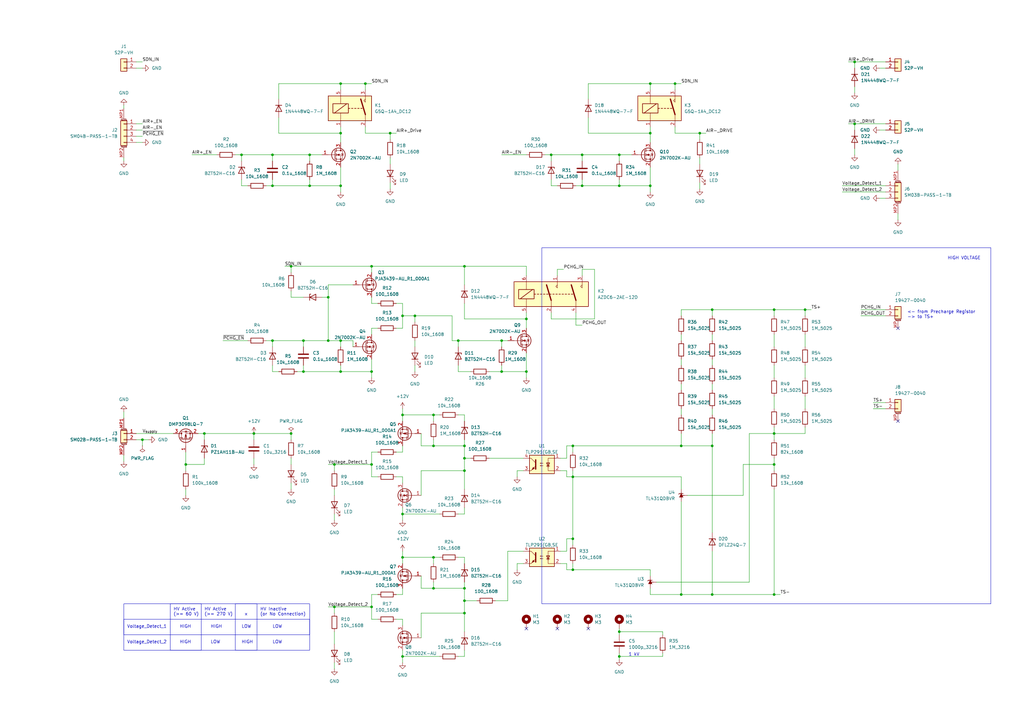
<source format=kicad_sch>
(kicad_sch (version 20230121) (generator eeschema)
  (paper "A3")
  (lib_symbols
    (symbol "Device:C" (pin_numbers hide) (pin_names (offset 0.254))
      (property "Reference" "C" (at 0.635 2.54 0))
      (property "Value" "C" (at 0.635 -2.54 0))
      (symbol "C_1_1"
        (pin passive line (at 0 3.81 270) (length 2.794) (name "~") (number "1"))
        (pin passive line (at 0 -3.81 90) (length 2.794) (name "~") (number "2"))
      )
    )
    (symbol "Device:LED" (pin_numbers hide) (pin_names (offset 1.016) hide)
      (property "Reference" "D" (at 0 2.54 0))
      (property "Value" "LED" (at 0 -2.54 0))
      (symbol "LED_1_1"
        (pin passive line (at -3.81 0 0) (length 2.54) (name "K") (number "1"))
        (pin passive line (at 3.81 0 180) (length 2.54) (name "A") (number "2"))
      )
    )
    (symbol "Device:R" (pin_numbers hide) (pin_names (offset 0))
      (property "Reference" "R" (at 2.032 0 90))
      (property "Value" "R" (at 0 0 90))
      (symbol "R_1_1"
        (pin passive line (at 0 3.81 270) (length 1.27) (name "~") (number "1"))
        (pin passive line (at 0 -3.81 90) (length 1.27) (name "~") (number "2"))
      )
    )
    (symbol "Mechanical:MountingHole_Pad" (pin_numbers hide) (pin_names (offset 1.016) hide)
      (property "Reference" "H" (at 0 6.35 0))
      (property "Value" "MountingHole_Pad" (at 0 4.445 0))
      (symbol "MountingHole_Pad_1_1"
        (pin input line (at 0 -2.54 90) (length 2.54) (name "1") (number "1"))
      )
    )
    (symbol "ProjectEV:Connector_MX150L_19427-0040" (pin_names (offset 1.016) hide)
      (property "Reference" "J" (at 0 2.54 0))
      (property "Value" "19427-0040" (at 1.27 -5.08 0))
      (symbol "Connector_MX150L_19427-0040_1_1"
        (text "Mounting" (at 0 -4.191 0) (effects (font (size 0.381 0.381))))
        (pin passive line (at -5.08 0 0) (length 3.81) (name "Pin_1") (number "1"))
        (pin passive line (at -5.08 -2.54 0) (length 3.81) (name "Pin_2") (number "2"))
        (pin passive line (at 0 -7.62 90) (length 3.048) (name "MountPin") (number "MP"))
      )
    )
    (symbol "ProjectEV:Connector_SM02B-PASS-1-TB" (pin_names (offset 1.016) hide)
      (property "Reference" "J" (at 2.54 2.54 0))
      (property "Value" "SM02B-PASS-1-TB" (at 1.27 -5.08 0))
      (symbol "Connector_SM02B-PASS-1-TB_1_1"
        (text "Mounting" (at 0 -4.191 0) (effects (font (size 0.381 0.381))))
        (text "Mounting" (at 0 1.651 0) (effects (font (size 0.381 0.381))))
        (pin passive line (at -5.08 0 0) (length 3.81) (name "Pin_1") (number "1"))
        (pin passive line (at -5.08 -2.54 0) (length 3.81) (name "Pin_2") (number "2"))
        (pin passive line (at 0 6.35 270) (length 4.318) (name "MountPin") (number "MP1"))
        (pin passive line (at 0 -8.89 90) (length 4.318) (name "MountPin") (number "MP2"))
      )
    )
    (symbol "ProjectEV:Connector_SM03B-PASS-1-TB" (pin_names (offset 1.016) hide)
      (property "Reference" "J" (at 2.54 3.81 0))
      (property "Value" "SM03B-PASS-1-TB" (at 1.27 -5.08 0))
      (symbol "Connector_SM03B-PASS-1-TB_1_1"
        (text "Mounting" (at 0 -4.191 0) (effects (font (size 0.381 0.381))))
        (text "Mounting" (at 0 4.191 0) (effects (font (size 0.381 0.381))))
        (pin passive line (at -5.08 2.54 0) (length 3.81) (name "Pin_1") (number "1"))
        (pin passive line (at -5.08 0 0) (length 3.81) (name "Pin_2") (number "2"))
        (pin passive line (at -5.08 -2.54 0) (length 3.81) (name "Pin_3") (number "3"))
        (pin passive line (at 0 8.89 270) (length 4.318) (name "MountPin") (number "MP1"))
        (pin passive line (at 0 -8.89 90) (length 4.318) (name "MountPin") (number "MP2"))
      )
    )
    (symbol "ProjectEV:Connector_SM04B-PASS-1-TB" (pin_names (offset 1.016) hide)
      (property "Reference" "J" (at 2.54 3.81 0))
      (property "Value" "SM04B-PASS-1-TB" (at 1.27 -7.62 0))
      (symbol "Connector_SM04B-PASS-1-TB_1_1"
        (text "Mounting" (at 0 -6.731 0) (effects (font (size 0.381 0.381))))
        (text "Mounting" (at 0 4.191 0) (effects (font (size 0.381 0.381))))
        (pin passive line (at -5.08 2.54 0) (length 3.81) (name "Pin_1") (number "1"))
        (pin passive line (at -5.08 0 0) (length 3.81) (name "Pin_2") (number "2"))
        (pin passive line (at -5.08 -2.54 0) (length 3.81) (name "Pin_3") (number "3"))
        (pin passive line (at -5.08 -5.08 0) (length 3.81) (name "Pin_4") (number "4"))
        (pin passive line (at 0 8.89 270) (length 4.288) (name "MountPin") (number "MP1"))
        (pin passive line (at 0 -11.43 90) (length 4.318) (name "MountPin") (number "MP2"))
      )
    )
    (symbol "ProjectEV:Connector_VH_2pin_Side" (pin_names (offset 1.016) hide)
      (property "Reference" "J" (at 0 2.54 0))
      (property "Value" "VH_2pin_Side" (at 0 -5.08 0))
      (symbol "Connector_VH_2pin_Side_1_1"
        (pin passive line (at -5.08 0 0) (length 3.81) (name "Pin_1") (number "1"))
        (pin passive line (at -5.08 -2.54 0) (length 3.81) (name "Pin_2") (number "2"))
      )
    )
    (symbol "ProjectEV:D_1N4448WQ-7-F" (pin_numbers hide) (pin_names (offset 1.016) hide)
      (property "Reference" "D" (at 0 2.54 0))
      (property "Value" "1N4448WQ-7-F" (at 0 -2.54 0))
      (symbol "D_1N4448WQ-7-F_1_1"
        (pin passive line (at -3.81 0 0) (length 2.54) (name "K") (number "1"))
        (pin passive line (at 3.81 0 180) (length 2.54) (name "A") (number "2"))
      )
    )
    (symbol "ProjectEV:D_BZT52H-C16" (pin_numbers hide) (pin_names (offset 1.016) hide)
      (property "Reference" "D" (at 0 5.08 0))
      (property "Value" "BZT52H-C16" (at 0 2.54 0))
      (symbol "D_BZT52H-C16_1_1"
        (pin passive line (at -3.81 0 0) (length 2.54) (name "K") (number "1"))
        (pin passive line (at 3.81 0 180) (length 2.54) (name "A") (number "2"))
      )
    )
    (symbol "ProjectEV:D_DFLZ24Q-7" (pin_numbers hide) (pin_names (offset 1.016) hide)
      (property "Reference" "D" (at 0 2.54 0))
      (property "Value" "DFLZ24Q-7" (at 0 -2.54 0))
      (symbol "D_DFLZ24Q-7_1_1"
        (pin passive line (at -3.81 0 0) (length 2.54) (name "K") (number "1"))
        (pin passive line (at 3.81 0 180) (length 2.54) (name "A") (number "2"))
      )
    )
    (symbol "ProjectEV:D_PZ1AH11B-AU" (pin_numbers hide) (pin_names (offset 1.016) hide)
      (property "Reference" "D" (at 0 2.54 0))
      (property "Value" "PZ1AH11B-AU" (at 0 -2.54 0))
      (symbol "D_PZ1AH11B-AU_1_1"
        (pin passive line (at -3.81 0 0) (length 2.54) (name "K") (number "1"))
        (pin passive line (at 3.81 0 180) (length 2.54) (name "A") (number "2"))
      )
    )
    (symbol "ProjectEV:Isolator_TLP291(GB,SE" (pin_names hide)
      (property "Reference" "U" (at -5.08 5.08 0))
      (property "Value" "TLP291(GB,SE" (at 0 5.08 0))
      (symbol "Isolator_TLP291(GB,SE_1_1"
        (pin passive line (at -7.62 2.54 0) (length 2.54) (name "Anode") (number "1"))
        (pin passive line (at -7.62 -2.54 0) (length 2.54) (name "Cathode") (number "2"))
        (pin passive line (at 7.62 -2.54 180) (length 2.54) (name "Emitter") (number "3"))
        (pin passive line (at 7.62 2.54 180) (length 2.54) (name "Collector") (number "4"))
      )
    )
    (symbol "ProjectEV:Reference_TL431QDBVR" (pin_numbers hide) (pin_names hide)
      (property "Reference" "U" (at 0 -2.54 0))
      (property "Value" "TL431QDBVR" (at 0 -4.445 0))
      (symbol "Reference_TL431QDBVR_1_1"
        (pin no_connect line (at 5.08 5.08 180) (length 2.54) hide (name "NC") (number "1"))
        (pin no_connect line (at 5.08 2.54 180) (length 2.54) hide (name "NC") (number "2"))
        (pin passive line (at 2.54 0 180) (length 2.54) (name "K") (number "3"))
        (pin passive line (at 0 2.54 270) (length 2.54) (name "REF") (number "4"))
        (pin passive line (at -2.54 0 0) (length 2.54) (name "A") (number "5"))
      )
    )
    (symbol "ProjectEV:Relay_AZDC6-2AE-12D" (pin_names hide)
      (property "Reference" "K" (at 16.51 3.81 0))
      (property "Value" "AZDC6-2AE-12D" (at 16.51 1.27 0))
      (symbol "Relay_AZDC6-2AE-12D_1_1"
        (pin passive line (at 2.54 7.62 270) (length 2.54) (name "1") (number "1"))
        (pin passive line (at 0 -7.62 90) (length 2.54) (name "2") (number "2"))
        (pin passive line (at 12.7 7.62 270) (length 2.54) (name "3") (number "3"))
        (pin passive line (at 10.16 -7.62 90) (length 2.54) (name "4") (number "4"))
        (pin passive line (at -10.16 -7.62 90) (length 2.54) (name "5") (number "5"))
        (pin passive line (at -10.16 7.62 270) (length 2.54) (name "6") (number "6"))
      )
    )
    (symbol "ProjectEV:Relay_G5Q-1A4_DC12" (pin_names hide)
      (property "Reference" "K" (at 8.89 3.81 0))
      (property "Value" "G5Q-1A4_DC12" (at 8.89 1.27 0))
      (symbol "Relay_G5Q-1A4_DC12_1_1"
        (pin passive line (at -5.08 -7.62 90) (length 2.54) (name "1") (number "1"))
        (pin passive line (at 5.08 -7.62 90) (length 2.54) (name "2") (number "2"))
        (pin passive line (at 5.08 7.62 270) (length 2.54) (name "3") (number "3"))
        (pin passive line (at -5.08 7.62 270) (length 2.54) (name "5") (number "5"))
      )
    )
    (symbol "ProjectEV:Transistor_2N7002K-AU" (pin_names hide)
      (property "Reference" "Q" (at 5.08 1.905 0))
      (property "Value" "2N7002K-AU" (at 5.08 0 0))
      (symbol "Transistor_2N7002K-AU_1_1"
        (pin input line (at -5.08 0 0) (length 2.54) (name "G") (number "1"))
        (pin passive line (at 2.54 -5.08 90) (length 2.54) (name "S") (number "2"))
        (pin passive line (at 2.54 5.08 270) (length 2.54) (name "D") (number "3"))
      )
    )
    (symbol "ProjectEV:Transistor_DMP3098LQ-7" (pin_names hide)
      (property "Reference" "Q" (at 5.08 1.905 0))
      (property "Value" "DMP3098LQ-7" (at 5.08 0 0))
      (symbol "Transistor_DMP3098LQ-7_1_1"
        (pin input line (at -5.08 0 0) (length 2.54) (name "G") (number "1"))
        (pin passive line (at 2.54 -5.08 90) (length 2.54) (name "S") (number "2"))
        (pin passive line (at 2.54 5.08 270) (length 2.54) (name "D") (number "3"))
      )
    )
    (symbol "ProjectEV:Transistor_PJA3439-AU_R1_000A1" (pin_names hide)
      (property "Reference" "Q" (at 5.08 1.905 0))
      (property "Value" "PJA3439-AU_R1_000A1" (at 5.08 0 0))
      (symbol "Transistor_PJA3439-AU_R1_000A1_1_1"
        (pin input line (at -5.08 0 0) (length 2.54) (name "G") (number "1"))
        (pin passive line (at 2.54 -5.08 90) (length 2.54) (name "S") (number "2"))
        (pin passive line (at 2.54 5.08 270) (length 2.54) (name "D") (number "3"))
      )
    )
    (symbol "power:+12V" (power) (pin_names (offset 0))
      (property "Value" "+12V" (at 0 3.556 0))
      (symbol "+12V_1_1"
        (pin power_in line (at 0 0 90) (length 0) hide (name "+12V") (number "1"))
      )
    )
    (symbol "power:GND" (power) (pin_names (offset 0))
      (property "Value" "GND" (at 0 -3.81 0))
      (symbol "GND_1_1"
        (pin power_in line (at 0 0 270) (length 0) hide (name "GND") (number "1"))
      )
    )
    (symbol "power:PWR_FLAG" (power) (pin_numbers hide) (pin_names (offset 0) hide)
      (property "Value" "PWR_FLAG" (at 0 3.81 0))
      (symbol "PWR_FLAG_0_0"
        (pin power_out line (at 0 0 90) (length 0) (name "pwr") (number "1"))
      )
    )
  )
  (junction (at 190.5 182.88))
  (junction (at 190.5 109.22))
  (junction (at 276.86 34.29))
  (junction (at 104.14 177.8))
  (junction (at 350.52 25.4))
  (junction (at 134.62 121.92))
  (junction (at 190.5 193.04))
  (junction (at 99.06 63.5))
  (junction (at 238.76 63.5))
  (junction (at 127 76.2))
  (junction (at 139.7 34.29))
  (junction (at 165.1 228.6))
  (junction (at 152.4 109.22))
  (junction (at 149.86 34.29))
  (junction (at 127 63.5))
  (junction (at 165.1 170.18))
  (junction (at 170.18 129.54))
  (junction (at 317.5 177.8))
  (junction (at 165.1 129.54))
  (junction (at 160.02 54.61))
  (junction (at 330.2 127))
  (junction (at 287.02 54.61))
  (junction (at 58.42 180.34))
  (junction (at 83.82 177.8))
  (junction (at 119.38 177.8))
  (junction (at 350.52 50.8))
  (junction (at 266.7 76.2))
  (junction (at 190.5 187.96))
  (junction (at 190.5 241.3))
  (junction (at 177.8 241.3))
  (junction (at 139.7 76.2))
  (junction (at 215.9 152.4))
  (junction (at 205.74 139.7))
  (junction (at 187.96 139.7))
  (junction (at 238.76 76.2))
  (junction (at 279.4 182.88))
  (junction (at 266.7 34.29))
  (junction (at 190.5 251.46))
  (junction (at 139.7 152.4))
  (junction (at 215.9 130.81))
  (junction (at 317.5 127))
  (junction (at 139.7 139.7))
  (junction (at 234.95 220.98))
  (junction (at 279.4 243.84))
  (junction (at 177.8 228.6))
  (junction (at 292.1 182.88))
  (junction (at 165.1 210.82))
  (junction (at 226.06 63.5))
  (junction (at 254 259.08))
  (junction (at 139.7 54.61))
  (junction (at 165.1 269.24))
  (junction (at 292.1 127))
  (junction (at 137.16 248.92))
  (junction (at 317.5 190.5))
  (junction (at 234.95 195.58))
  (junction (at 76.2 190.5))
  (junction (at 152.4 152.4))
  (junction (at 152.4 248.92))
  (junction (at 177.8 170.18))
  (junction (at 124.46 139.7))
  (junction (at 190.5 246.38))
  (junction (at 111.76 139.7))
  (junction (at 317.5 243.84))
  (junction (at 137.16 190.5))
  (junction (at 266.7 54.61))
  (junction (at 134.62 139.7))
  (junction (at 254 63.5))
  (junction (at 119.38 109.22))
  (junction (at 111.76 76.2))
  (junction (at 254 269.24))
  (junction (at 234.95 233.68))
  (junction (at 254 76.2))
  (junction (at 177.8 182.88))
  (junction (at 205.74 152.4))
  (junction (at 111.76 63.5))
  (junction (at 292.1 243.84))
  (junction (at 124.46 152.4))
  (junction (at 234.95 182.88))
  (junction (at 152.4 190.5))
  (no_connect (at 241.3 257.81))
  (no_connect (at 228.6 257.81))
  (no_connect (at 368.3 134.62))
  (no_connect (at 215.9 257.81))
  (no_connect (at 368.3 172.72))
  (wire (pts (xy 152.4 109.22) (xy 190.5 109.22)))
  (wire (pts (xy 78.74 63.5) (xy 88.9 63.5)))
  (wire (pts (xy 165.1 124.46) (xy 165.1 129.54)))
  (wire (pts (xy 165.1 170.18) (xy 165.1 172.72)))
  (wire (pts (xy 353.06 129.54) (xy 363.22 129.54)))
  (wire (pts (xy 226.06 128.27) (xy 226.06 130.81)))
  (wire (pts (xy 177.8 238.76) (xy 177.8 241.3)))
  (wire (pts (xy 241.3 54.61) (xy 241.3 48.26)))
  (wire (pts (xy 58.42 180.34) (xy 60.96 180.34)))
  (wire (pts (xy 254 76.2) (xy 266.7 76.2)))
  (wire (pts (xy 238.76 63.5) (xy 238.76 66.04)))
  (wire (pts (xy 119.38 119.38) (xy 119.38 121.92)))
  (wire (pts (xy 139.7 34.29) (xy 139.7 36.83)))
  (wire (pts (xy 152.4 243.84) (xy 154.94 243.84)))
  (wire (pts (xy 160.02 54.61) (xy 162.56 54.61)))
  (wire (pts (xy 190.5 182.88) (xy 190.5 187.96)))
  (wire (pts (xy 55.88 58.42) (xy 58.42 58.42)))
  (wire (pts (xy 124.46 152.4) (xy 139.7 152.4)))
  (wire (pts (xy 215.9 152.4) (xy 215.9 154.94)))
  (wire (pts (xy 152.4 109.22) (xy 152.4 111.76)))
  (wire (pts (xy 226.06 73.66) (xy 226.06 76.2)))
  (wire (pts (xy 190.5 251.46) (xy 190.5 259.08)))
  (wire (pts (xy 152.4 185.42) (xy 152.4 190.5)))
  (wire (pts (xy 317.5 127) (xy 317.5 129.54)))
  (wire (pts (xy 317.5 200.66) (xy 317.5 243.84)))
  (wire (pts (xy 144.78 139.7) (xy 144.78 142.24)))
  (wire (pts (xy 109.22 139.7) (xy 111.76 139.7)))
  (wire (pts (xy 266.7 68.58) (xy 266.7 76.2)))
  (wire (pts (xy 55.88 27.94) (xy 58.42 27.94)))
  (wire (pts (xy 165.1 208.28) (xy 165.1 210.82)))
  (wire (pts (xy 165.1 167.64) (xy 165.1 170.18)))
  (wire (pts (xy 119.38 121.92) (xy 124.46 121.92)))
  (wire (pts (xy 127 63.5) (xy 127 66.04)))
  (wire (pts (xy 137.16 248.92) (xy 152.4 248.92)))
  (wire (pts (xy 177.8 182.88) (xy 190.5 182.88)))
  (wire (pts (xy 232.41 233.68) (xy 234.95 233.68)))
  (wire (pts (xy 114.3 54.61) (xy 139.7 54.61)))
  (wire (pts (xy 152.4 121.92) (xy 152.4 124.46)))
  (wire (pts (xy 137.16 259.08) (xy 137.16 264.16)))
  (wire (pts (xy 238.76 63.5) (xy 254 63.5)))
  (wire (pts (xy 226.06 130.81) (xy 243.84 130.81)))
  (wire (pts (xy 187.96 152.4) (xy 193.04 152.4)))
  (wire (pts (xy 212.09 231.14) (xy 214.63 231.14)))
  (wire (pts (xy 292.1 157.48) (xy 292.1 160.02)))
  (wire (pts (xy 232.41 182.88) (xy 232.41 187.96)))
  (wire (pts (xy 187.96 228.6) (xy 190.5 228.6)))
  (wire (pts (xy 205.74 139.7) (xy 205.74 142.24)))
  (wire (pts (xy 317.5 190.5) (xy 317.5 193.04)))
  (wire (pts (xy 317.5 177.8) (xy 317.5 180.34)))
  (wire (pts (xy 234.95 195.58) (xy 234.95 220.98)))
  (wire (pts (xy 215.9 109.22) (xy 215.9 113.03)))
  (wire (pts (xy 287.02 54.61) (xy 289.56 54.61)))
  (wire (pts (xy 152.4 134.62) (xy 154.94 134.62)))
  (wire (pts (xy 287.02 64.77) (xy 287.02 67.31)))
  (wire (pts (xy 165.1 170.18) (xy 177.8 170.18)))
  (wire (pts (xy 190.5 180.34) (xy 190.5 182.88)))
  (wire (pts (xy 55.88 177.8) (xy 71.12 177.8)))
  (wire (pts (xy 165.1 254) (xy 162.56 254)))
  (wire (pts (xy 208.28 246.38) (xy 208.28 226.06)))
  (wire (pts (xy 205.74 152.4) (xy 215.9 152.4)))
  (wire (pts (xy 254 63.5) (xy 259.08 63.5)))
  (wire (pts (xy 139.7 68.58) (xy 139.7 76.2)))
  (wire (pts (xy 165.1 226.06) (xy 165.1 228.6)))
  (wire (pts (xy 187.96 139.7) (xy 187.96 142.24)))
  (wire (pts (xy 243.84 110.49) (xy 238.76 110.49)))
  (wire (pts (xy 124.46 139.7) (xy 124.46 142.24)))
  (wire (pts (xy 134.62 248.92) (xy 137.16 248.92)))
  (wire (pts (xy 363.22 81.28) (xy 360.68 81.28)))
  (wire (pts (xy 241.3 40.64) (xy 241.3 34.29)))
  (wire (pts (xy 212.09 193.04) (xy 212.09 195.58)))
  (wire (pts (xy 172.72 241.3) (xy 172.72 236.22)))
  (wire (pts (xy 330.2 127) (xy 330.2 129.54)))
  (wire (pts (xy 124.46 139.7) (xy 134.62 139.7)))
  (wire (pts (xy 226.06 63.5) (xy 226.06 66.04)))
  (wire (pts (xy 190.5 266.7) (xy 190.5 269.24)))
  (wire (pts (xy 279.4 200.66) (xy 279.4 195.58)))
  (wire (pts (xy 276.86 34.29) (xy 266.7 34.29)))
  (wire (pts (xy 350.52 25.4) (xy 350.52 27.94)))
  (wire (pts (xy 99.06 63.5) (xy 111.76 63.5)))
  (wire (pts (xy 177.8 170.18) (xy 180.34 170.18)))
  (wire (pts (xy 234.95 182.88) (xy 234.95 185.42)))
  (wire (pts (xy 254 63.5) (xy 254 66.04)))
  (wire (pts (xy 170.18 129.54) (xy 170.18 132.08)))
  (wire (pts (xy 266.7 54.61) (xy 241.3 54.61)))
  (wire (pts (xy 119.38 187.96) (xy 119.38 190.5)))
  (wire (pts (xy 279.4 167.64) (xy 279.4 170.18)))
  (wire (pts (xy 165.1 129.54) (xy 165.1 134.62)))
  (wire (pts (xy 165.1 213.36) (xy 165.1 210.82)))
  (wire (pts (xy 347.98 50.8) (xy 350.52 50.8)))
  (wire (pts (xy 234.95 195.58) (xy 279.4 195.58)))
  (wire (pts (xy 165.1 182.88) (xy 165.1 185.42)))
  (wire (pts (xy 279.4 127) (xy 279.4 129.54)))
  (wire (pts (xy 215.9 152.4) (xy 215.9 144.78)))
  (wire (pts (xy 292.1 127) (xy 292.1 129.54)))
  (wire (pts (xy 190.5 170.18) (xy 190.5 172.72)))
  (wire (pts (xy 58.42 180.34) (xy 58.42 182.88)))
  (wire (pts (xy 165.1 269.24) (xy 165.1 271.78)))
  (wire (pts (xy 236.22 128.27) (xy 236.22 133.35)))
  (wire (pts (xy 368.3 67.31) (xy 368.3 69.85)))
  (wire (pts (xy 358.14 165.1) (xy 363.22 165.1)))
  (wire (pts (xy 292.1 127) (xy 317.5 127)))
  (wire (pts (xy 152.4 124.46) (xy 154.94 124.46)))
  (wire (pts (xy 55.88 180.34) (xy 58.42 180.34)))
  (wire (pts (xy 114.3 48.26) (xy 114.3 54.61)))
  (wire (pts (xy 119.38 109.22) (xy 119.38 111.76)))
  (wire (pts (xy 160.02 74.93) (xy 160.02 77.47)))
  (wire (pts (xy 149.86 34.29) (xy 149.86 36.83)))
  (wire (pts (xy 99.06 76.2) (xy 101.6 76.2)))
  (wire (pts (xy 254 257.81) (xy 254 259.08)))
  (wire (pts (xy 269.24 238.76) (xy 307.34 238.76)))
  (wire (pts (xy 152.4 195.58) (xy 154.94 195.58)))
  (wire (pts (xy 50.8 186.69) (xy 50.8 189.23)))
  (wire (pts (xy 350.52 38.1) (xy 350.52 35.56)))
  (wire (pts (xy 134.62 116.84) (xy 144.78 116.84)))
  (wire (pts (xy 165.1 266.7) (xy 165.1 269.24)))
  (wire (pts (xy 350.52 50.8) (xy 350.52 53.34)))
  (wire (pts (xy 139.7 149.86) (xy 139.7 152.4)))
  (wire (pts (xy 109.22 76.2) (xy 111.76 76.2)))
  (wire (pts (xy 172.72 193.04) (xy 190.5 193.04)))
  (wire (pts (xy 165.1 241.3) (xy 165.1 243.84)))
  (wire (pts (xy 111.76 76.2) (xy 127 76.2)))
  (wire (pts (xy 114.3 34.29) (xy 139.7 34.29)))
  (wire (pts (xy 271.78 259.08) (xy 271.78 260.35)))
  (wire (pts (xy 83.82 177.8) (xy 81.28 177.8)))
  (wire (pts (xy 172.72 182.88) (xy 177.8 182.88)))
  (wire (pts (xy 279.4 205.74) (xy 279.4 243.84)))
  (wire (pts (xy 368.3 87.63) (xy 368.3 90.17)))
  (wire (pts (xy 152.4 254) (xy 152.4 248.92)))
  (wire (pts (xy 127 76.2) (xy 139.7 76.2)))
  (wire (pts (xy 363.22 27.94) (xy 360.68 27.94)))
  (wire (pts (xy 279.4 127) (xy 292.1 127)))
  (wire (pts (xy 215.9 130.81) (xy 215.9 134.62)))
  (wire (pts (xy 187.96 149.86) (xy 187.96 152.4)))
  (wire (pts (xy 330.2 162.56) (xy 330.2 167.64)))
  (wire (pts (xy 317.5 175.26) (xy 317.5 177.8)))
  (wire (pts (xy 232.41 182.88) (xy 234.95 182.88)))
  (wire (pts (xy 127 73.66) (xy 127 76.2)))
  (wire (pts (xy 177.8 228.6) (xy 177.8 231.14)))
  (wire (pts (xy 226.06 76.2) (xy 228.6 76.2)))
  (wire (pts (xy 190.5 238.76) (xy 190.5 241.3)))
  (wire (pts (xy 276.86 34.29) (xy 276.86 36.83)))
  (wire (pts (xy 91.44 139.7) (xy 101.6 139.7)))
  (wire (pts (xy 162.56 195.58) (xy 165.1 195.58)))
  (wire (pts (xy 119.38 109.22) (xy 152.4 109.22)))
  (wire (pts (xy 347.98 25.4) (xy 350.52 25.4)))
  (wire (pts (xy 190.5 193.04) (xy 190.5 200.66)))
  (wire (pts (xy 279.4 34.29) (xy 276.86 34.29)))
  (wire (pts (xy 205.74 149.86) (xy 205.74 152.4)))
  (wire (pts (xy 279.4 177.8) (xy 279.4 182.88)))
  (wire (pts (xy 279.4 243.84) (xy 266.7 243.84)))
  (wire (pts (xy 317.5 137.16) (xy 317.5 142.24)))
  (wire (pts (xy 55.88 25.4) (xy 58.42 25.4)))
  (wire (pts (xy 187.96 269.24) (xy 190.5 269.24)))
  (wire (pts (xy 292.1 167.64) (xy 292.1 170.18)))
  (wire (pts (xy 111.76 63.5) (xy 111.76 66.04)))
  (wire (pts (xy 149.86 34.29) (xy 139.7 34.29)))
  (wire (pts (xy 353.06 127) (xy 363.22 127)))
  (wire (pts (xy 232.41 231.14) (xy 229.87 231.14)))
  (wire (pts (xy 139.7 76.2) (xy 139.7 78.74)))
  (wire (pts (xy 165.1 269.24) (xy 180.34 269.24)))
  (wire (pts (xy 287.02 54.61) (xy 287.02 57.15)))
  (wire (pts (xy 317.5 177.8) (xy 330.2 177.8)))
  (wire (pts (xy 232.41 226.06) (xy 229.87 226.06)))
  (wire (pts (xy 187.96 210.82) (xy 190.5 210.82)))
  (wire (pts (xy 139.7 139.7) (xy 144.78 139.7)))
  (wire (pts (xy 234.95 220.98) (xy 234.95 223.52)))
  (wire (pts (xy 228.6 110.49) (xy 228.6 113.03)))
  (wire (pts (xy 271.78 267.97) (xy 271.78 269.24)))
  (wire (pts (xy 190.5 130.81) (xy 190.5 124.46)))
  (wire (pts (xy 137.16 200.66) (xy 137.16 203.2)))
  (wire (pts (xy 234.95 195.58) (xy 232.41 195.58)))
  (wire (pts (xy 172.72 251.46) (xy 190.5 251.46)))
  (wire (pts (xy 165.1 129.54) (xy 170.18 129.54)))
  (wire (pts (xy 229.87 193.04) (xy 232.41 193.04)))
  (wire (pts (xy 165.1 134.62) (xy 162.56 134.62)))
  (wire (pts (xy 111.76 139.7) (xy 124.46 139.7)))
  (wire (pts (xy 266.7 243.84) (xy 266.7 241.3)))
  (wire (pts (xy 177.8 228.6) (xy 180.34 228.6)))
  (wire (pts (xy 238.76 73.66) (xy 238.76 76.2)))
  (wire (pts (xy 190.5 246.38) (xy 190.5 251.46)))
  (wire (pts (xy 119.38 180.34) (xy 119.38 177.8)))
  (wire (pts (xy 271.78 269.24) (xy 254 269.24)))
  (wire (pts (xy 190.5 228.6) (xy 190.5 231.14)))
  (wire (pts (xy 165.1 195.58) (xy 165.1 198.12)))
  (wire (pts (xy 234.95 233.68) (xy 266.7 233.68)))
  (wire (pts (xy 111.76 152.4) (xy 114.3 152.4)))
  (wire (pts (xy 55.88 50.8) (xy 58.42 50.8)))
  (wire (pts (xy 121.92 152.4) (xy 124.46 152.4)))
  (wire (pts (xy 292.1 218.44) (xy 292.1 182.88)))
  (wire (pts (xy 279.4 157.48) (xy 279.4 160.02)))
  (wire (pts (xy 96.52 63.5) (xy 99.06 63.5)))
  (wire (pts (xy 190.5 187.96) (xy 193.04 187.96)))
  (wire (pts (xy 345.44 76.2) (xy 363.22 76.2)))
  (wire (pts (xy 232.41 220.98) (xy 232.41 226.06)))
  (wire (pts (xy 165.1 185.42) (xy 162.56 185.42)))
  (wire (pts (xy 234.95 220.98) (xy 232.41 220.98)))
  (wire (pts (xy 154.94 254) (xy 152.4 254)))
  (wire (pts (xy 114.3 40.64) (xy 114.3 34.29)))
  (wire (pts (xy 137.16 271.78) (xy 137.16 274.32)))
  (wire (pts (xy 208.28 226.06) (xy 214.63 226.06)))
  (wire (pts (xy 292.1 182.88) (xy 279.4 182.88)))
  (wire (pts (xy 165.1 228.6) (xy 177.8 228.6)))
  (wire (pts (xy 152.4 147.32) (xy 152.4 152.4)))
  (wire (pts (xy 212.09 193.04) (xy 214.63 193.04)))
  (wire (pts (xy 162.56 243.84) (xy 165.1 243.84)))
  (wire (pts (xy 152.4 137.16) (xy 152.4 134.62)))
  (wire (pts (xy 254 269.24) (xy 254 267.97)))
  (wire (pts (xy 152.4 190.5) (xy 152.4 195.58)))
  (wire (pts (xy 330.2 149.86) (xy 330.2 154.94)))
  (wire (pts (xy 254 259.08) (xy 271.78 259.08)))
  (wire (pts (xy 104.14 180.34) (xy 104.14 177.8)))
  (wire (pts (xy 124.46 149.86) (xy 124.46 152.4)))
  (wire (pts (xy 154.94 185.42) (xy 152.4 185.42)))
  (wire (pts (xy 160.02 64.77) (xy 160.02 67.31)))
  (wire (pts (xy 50.8 168.91) (xy 50.8 171.45)))
  (wire (pts (xy 190.5 246.38) (xy 195.58 246.38)))
  (wire (pts (xy 139.7 139.7) (xy 139.7 142.24)))
  (wire (pts (xy 76.2 190.5) (xy 76.2 185.42)))
  (wire (pts (xy 134.62 121.92) (xy 134.62 139.7)))
  (wire (pts (xy 360.68 53.34) (xy 363.22 53.34)))
  (wire (pts (xy 307.34 238.76) (xy 307.34 177.8)))
  (wire (pts (xy 203.2 246.38) (xy 208.28 246.38)))
  (wire (pts (xy 185.42 139.7) (xy 187.96 139.7)))
  (wire (pts (xy 330.2 137.16) (xy 330.2 142.24)))
  (wire (pts (xy 350.52 25.4) (xy 363.22 25.4)))
  (wire (pts (xy 332.74 127) (xy 330.2 127)))
  (wire (pts (xy 215.9 128.27) (xy 215.9 130.81)))
  (wire (pts (xy 137.16 190.5) (xy 152.4 190.5)))
  (wire (pts (xy 243.84 130.81) (xy 243.84 110.49)))
  (wire (pts (xy 76.2 190.5) (xy 76.2 193.04)))
  (wire (pts (xy 170.18 149.86) (xy 170.18 152.4)))
  (wire (pts (xy 139.7 54.61) (xy 139.7 58.42)))
  (wire (pts (xy 134.62 190.5) (xy 137.16 190.5)))
  (wire (pts (xy 119.38 198.12) (xy 119.38 200.66)))
  (wire (pts (xy 162.56 124.46) (xy 165.1 124.46)))
  (wire (pts (xy 190.5 241.3) (xy 190.5 246.38)))
  (wire (pts (xy 190.5 208.28) (xy 190.5 210.82)))
  (wire (pts (xy 99.06 63.5) (xy 99.06 66.04)))
  (wire (pts (xy 304.8 190.5) (xy 304.8 203.2)))
  (wire (pts (xy 236.22 133.35) (xy 238.76 133.35)))
  (wire (pts (xy 205.74 63.5) (xy 215.9 63.5)))
  (wire (pts (xy 200.66 187.96) (xy 214.63 187.96)))
  (wire (pts (xy 234.95 233.68) (xy 234.95 231.14)))
  (wire (pts (xy 279.4 147.32) (xy 279.4 149.86)))
  (wire (pts (xy 172.72 193.04) (xy 172.72 203.2)))
  (wire (pts (xy 279.4 243.84) (xy 292.1 243.84)))
  (wire (pts (xy 139.7 52.07) (xy 139.7 54.61)))
  (wire (pts (xy 50.8 43.18) (xy 50.8 44.45)))
  (wire (pts (xy 241.3 34.29) (xy 266.7 34.29)))
  (wire (pts (xy 111.76 139.7) (xy 111.76 142.24)))
  (wire (pts (xy 266.7 52.07) (xy 266.7 54.61)))
  (wire (pts (xy 292.1 226.06) (xy 292.1 243.84)))
  (wire (pts (xy 317.5 149.86) (xy 317.5 154.94)))
  (wire (pts (xy 317.5 187.96) (xy 317.5 190.5)))
  (wire (pts (xy 170.18 129.54) (xy 185.42 129.54)))
  (wire (pts (xy 266.7 233.68) (xy 266.7 236.22)))
  (wire (pts (xy 279.4 139.7) (xy 279.4 137.16)))
  (wire (pts (xy 254 73.66) (xy 254 76.2)))
  (wire (pts (xy 358.14 167.64) (xy 363.22 167.64)))
  (wire (pts (xy 287.02 54.61) (xy 276.86 54.61)))
  (wire (pts (xy 215.9 130.81) (xy 190.5 130.81)))
  (wire (pts (xy 287.02 74.93) (xy 287.02 77.47)))
  (wire (pts (xy 266.7 76.2) (xy 266.7 78.74)))
  (wire (pts (xy 238.76 76.2) (xy 254 76.2)))
  (wire (pts (xy 330.2 127) (xy 317.5 127)))
  (wire (pts (xy 165.1 256.54) (xy 165.1 254)))
  (wire (pts (xy 330.2 177.8) (xy 330.2 175.26)))
  (wire (pts (xy 345.44 78.74) (xy 363.22 78.74)))
  (wire (pts (xy 177.8 170.18) (xy 177.8 172.72)))
  (wire (pts (xy 292.1 177.8) (xy 292.1 182.88)))
  (wire (pts (xy 165.1 210.82) (xy 180.34 210.82)))
  (wire (pts (xy 139.7 152.4) (xy 152.4 152.4)))
  (wire (pts (xy 292.1 137.16) (xy 292.1 139.7)))
  (wire (pts (xy 170.18 139.7) (xy 170.18 142.24)))
  (wire (pts (xy 160.02 54.61) (xy 160.02 57.15)))
  (wire (pts (xy 160.02 54.61) (xy 149.86 54.61)))
  (wire (pts (xy 55.88 53.34) (xy 58.42 53.34)))
  (wire (pts (xy 223.52 63.5) (xy 226.06 63.5)))
  (wire (pts (xy 266.7 34.29) (xy 266.7 36.83)))
  (wire (pts (xy 152.4 248.92) (xy 152.4 243.84)))
  (wire (pts (xy 320.04 243.84) (xy 317.5 243.84)))
  (wire (pts (xy 55.88 55.88) (xy 58.42 55.88)))
  (wire (pts (xy 134.62 116.84) (xy 134.62 121.92)))
  (wire (pts (xy 238.76 110.49) (xy 238.76 113.03)))
  (wire (pts (xy 76.2 203.2) (xy 76.2 200.66)))
  (wire (pts (xy 190.5 187.96) (xy 190.5 193.04)))
  (wire (pts (xy 137.16 193.04) (xy 137.16 190.5)))
  (wire (pts (xy 139.7 139.7) (xy 134.62 139.7)))
  (wire (pts (xy 190.5 109.22) (xy 190.5 116.84)))
  (wire (pts (xy 205.74 139.7) (xy 208.28 139.7)))
  (wire (pts (xy 83.82 187.96) (xy 83.82 190.5)))
  (wire (pts (xy 177.8 241.3) (xy 190.5 241.3)))
  (wire (pts (xy 172.72 241.3) (xy 177.8 241.3)))
  (wire (pts (xy 185.42 129.54) (xy 185.42 139.7)))
  (wire (pts (xy 111.76 73.66) (xy 111.76 76.2)))
  (wire (pts (xy 190.5 109.22) (xy 215.9 109.22)))
  (wire (pts (xy 50.8 64.77) (xy 50.8 66.04)))
  (wire (pts (xy 292.1 147.32) (xy 292.1 149.86)))
  (wire (pts (xy 234.95 182.88) (xy 279.4 182.88)))
  (wire (pts (xy 200.66 152.4) (xy 205.74 152.4)))
  (wire (pts (xy 232.41 187.96) (xy 229.87 187.96)))
  (wire (pts (xy 232.41 195.58) (xy 232.41 193.04)))
  (wire (pts (xy 172.72 251.46) (xy 172.72 261.62)))
  (wire (pts (xy 307.34 177.8) (xy 317.5 177.8)))
  (wire (pts (xy 350.52 60.96) (xy 350.52 63.5)))
  (wire (pts (xy 149.86 52.07) (xy 149.86 54.61)))
  (wire (pts (xy 236.22 76.2) (xy 238.76 76.2)))
  (wire (pts (xy 137.16 248.92) (xy 137.16 251.46)))
  (wire (pts (xy 152.4 34.29) (xy 149.86 34.29)))
  (wire (pts (xy 232.41 233.68) (xy 232.41 231.14)))
  (wire (pts (xy 234.95 195.58) (xy 234.95 193.04)))
  (wire (pts (xy 83.82 190.5) (xy 76.2 190.5)))
  (wire (pts (xy 276.86 52.07) (xy 276.86 54.61)))
  (wire (pts (xy 111.76 149.86) (xy 111.76 152.4)))
  (wire (pts (xy 104.14 177.8) (xy 83.82 177.8)))
  (wire (pts (xy 111.76 63.5) (xy 127 63.5)))
  (wire (pts (xy 254 259.08) (xy 254 260.35)))
  (wire (pts (xy 231.14 110.49) (xy 228.6 110.49)))
  (wire (pts (xy 317.5 190.5) (xy 304.8 190.5)))
  (wire (pts (xy 165.1 228.6) (xy 165.1 231.14)))
  (wire (pts (xy 254 269.24) (xy 254 270.51)))
  (wire (pts (xy 292.1 243.84) (xy 317.5 243.84)))
  (wire (pts (xy 350.52 50.8) (xy 363.22 50.8)))
  (wire (pts (xy 177.8 180.34) (xy 177.8 182.88)))
  (wire (pts (xy 212.09 231.14) (xy 212.09 233.68)))
  (wire (pts (xy 99.06 73.66) (xy 99.06 76.2)))
  (wire (pts (xy 152.4 152.4) (xy 152.4 154.94)))
  (wire (pts (xy 127 63.5) (xy 132.08 63.5)))
  (wire (pts (xy 304.8 203.2) (xy 281.94 203.2)))
  (wire (pts (xy 83.82 177.8) (xy 83.82 180.34)))
  (wire (pts (xy 226.06 63.5) (xy 238.76 63.5)))
  (wire (pts (xy 187.96 139.7) (xy 205.74 139.7)))
  (wire (pts (xy 116.84 109.22) (xy 119.38 109.22)))
  (wire (pts (xy 104.14 187.96) (xy 104.14 190.5)))
  (wire (pts (xy 187.96 170.18) (xy 190.5 170.18)))
  (wire (pts (xy 119.38 177.8) (xy 104.14 177.8)))
  (wire (pts (xy 317.5 162.56) (xy 317.5 167.64)))
  (wire (pts (xy 137.16 210.82) (xy 137.16 213.36)))
  (wire (pts (xy 132.08 121.92) (xy 134.62 121.92)))
  (wire (pts (xy 266.7 54.61) (xy 266.7 58.42)))
  (wire (pts (xy 172.72 182.88) (xy 172.72 177.8)))
  (rectangle (start 50.8 247.65) (end 127 266.7))
  (rectangle (start 69.85 247.65) (end 82.55 266.7))
  (rectangle (start 96.52 247.65) (end 105.41 266.7))
  (rectangle (start 50.8 254) (end 127 260.35))
  (rectangle (start 222.25 101.6) (end 406.4 247.65))
  (text "HIGH" (at 99.06 264.16 0) (effects (font (size 1.27 1.27)) (justify left bottom)))
  (text "x" (at 100.33 252.73 0) (effects (font (size 1.27 1.27)) (justify left bottom)))
  (text "HIGH" (at 73.66 264.16 0) (effects (font (size 1.27 1.27)) (justify left bottom)))
  (text "HIGH VOLTAGE" (at 388.62 106.68 0) (effects (font (size 1.27 1.27)) (justify left bottom)))
  (text "LOW" (at 111.76 257.81 0) (effects (font (size 1.27 1.27)) (justify left bottom)))
  (text "LOW" (at 86.36 264.16 0) (effects (font (size 1.27 1.27)) (justify left bottom)))
  (text "HV Inactive\n(or No Connection)" (at 106.68 252.73 0) (effects (font (size 1.27 1.27)) (justify left bottom)))
  (text "<- from Precharge Registor\n-> to TS+" (at 372.11 130.81 0) (effects (font (size 1.27 1.27)) (justify left bottom)))
  (text "HIGH" (at 86.36 257.81 0) (effects (font (size 1.27 1.27)) (justify left bottom)))
  (text "HV Active\n(>= 270 V)" (at 83.82 252.73 0) (effects (font (size 1.27 1.27)) (justify left bottom)))
  (text "Voltage_Detect_1" (at 52.07 257.81 0) (effects (font (size 1.27 1.27)) (justify left bottom)))
  (text "HV Active\n(>= 60 V)" (at 71.12 252.73 0) (effects (font (size 1.27 1.27)) (justify left bottom)))
  (text "HIGH" (at 73.66 257.81 0) (effects (font (size 1.27 1.27)) (justify left bottom)))
  (text "Voltage_Detect_2" (at 52.07 264.16 0) (effects (font (size 1.27 1.27)) (justify left bottom)))
  (text "LOW" (at 111.76 264.16 0) (effects (font (size 1.27 1.27)) (justify left bottom)))
  (text "LOW" (at 99.06 257.81 0) (effects (font (size 1.27 1.27)) (justify left bottom)))
  (text "1 kV" (at 257.81 269.24 0) (effects (font (size 1.27 1.27)) (justify left bottom)))
  (label "SDN_IN" (at 152.4 34.29 0))
  (label "AIR+_EN" (at 78.74 63.5 0))
  (label "AIR-_EN" (at 205.74 63.5 0))
  (label "Voltage_Detect_1" (at 134.62 190.5 0))
  (label "TS+" (at 332.74 127 0))
  (label "PCHG_IN" (at 231.14 110.49 0))
  (label "Voltage_Detect_2" (at 345.44 78.74 0))
  (label "PCHG_OUT" (at 238.76 133.35 0))
  (label "~{PCHG_EN}" (at 91.44 139.7 0))
  (label "TS-" (at 358.14 167.64 0))
  (label "Voltage_Detect_2" (at 134.62 248.92 0))
  (label "SDN_IN" (at 58.42 25.4 0))
  (label "V_{supply}" (at 58.42 177.8 0))
  (label "AIR-_DRIVE" (at 347.98 50.8 0))
  (label "Voltage_Detect_1" (at 345.44 76.2 0))
  (label "AIR-_DRIVE" (at 289.56 54.61 0))
  (label "PCHG_IN" (at 353.06 127 0))
  (label "AIR+_Drive" (at 162.56 54.61 0))
  (label "SDN_IN" (at 279.4 34.29 0))
  (label "PCHG_OUT" (at 353.06 129.54 0))
  (label "AIR+_EN" (at 58.42 50.8 0))
  (label "TS-" (at 320.04 243.84 0))
  (label "AIR-_EN" (at 58.42 53.34 0))
  (label "TS+" (at 358.14 165.1 0))
  (label "~{PCHG_EN}" (at 58.42 55.88 0))
  (label "SDN_IN" (at 116.84 109.22 0))
  (label "AIR+_Drive" (at 347.98 25.4 0))
  (symbol (lib_id "Device:R") (at 205.74 146.05 0) (unit 1)
    (property "Reference" "R29" (at 208.28 144.78 0) (effects (justify left)))
    (property "Value" "1M_1608" (at 207.01 147.32 0) (effects (justify left)))
    (property "Footprint" "Resistor_SMD:R_0603_1608Metric" (effects hide))
  )
  (symbol (lib_id "ProjectEV:Relay_AZDC6-2AE-12D") (at 226.06 120.65 0) (unit 1)
    (property "Reference" "K2" (at 245.11 119.38 0) (effects (justify left)))
    (property "Value" "AZDC6-2AE-12D" (at 245.11 121.92 0) (effects (justify left)))
    (property "Footprint" "ProjectEV:Relay_AZDC6-2AE-12D" (effects hide))
    (property "Datasheet" "https://www.azettler.com/pdfs/azdc6.pdf" (effects hide))
  )
  (symbol (lib_id "Device:R") (at 292.1 133.35 180) (unit 1)
    (property "Reference" "R42" (at 294.64 132.08 0) (effects (justify right)))
    (property "Value" "15k_5025" (at 294.64 134.62 0) (effects (justify right)))
    (property "Footprint" "Resistor_SMD:R_2010_5025Metric" (effects hide))
  )
  (symbol (lib_id "Device:R") (at 160.02 60.96 0) (unit 1)
    (property "Reference" "R18" (at 162.56 59.69 0) (effects (justify left)))
    (property "Value" "10k_1608" (at 162.56 62.23 0) (effects (justify left)))
    (property "Footprint" "Resistor_SMD:R_0603_1608Metric" (effects hide))
  )
  (symbol (lib_id "Device:R") (at 184.15 269.24 90) (unit 1)
    (property "Reference" "R25" (at 184.15 262.89 90))
    (property "Value" "10k_1608" (at 184.15 265.43 90))
    (property "Footprint" "Resistor_SMD:R_0603_1608Metric" (effects hide))
  )
  (symbol (lib_id "power:GND") (at 139.7 78.74 0) (unit 1)
    (property "Reference" "#PWR014" (effects hide))
    (property "Value" "GND" (at 139.7 83.82 0))
  )
  (symbol (lib_id "Device:C") (at 111.76 69.85 0) (unit 1)
    (property "Reference" "C2" (at 115.57 68.58 0) (effects (justify left)))
    (property "Value" "0.1u_1608" (at 115.57 71.12 0) (effects (justify left)))
    (property "Footprint" "Capacitor_SMD:C_0603_1608Metric" (effects hide))
  )
  (symbol (lib_id "Device:R") (at 254 69.85 0) (unit 1)
    (property "Reference" "R34" (at 256.54 68.58 0) (effects (justify left)))
    (property "Value" "1M_1608" (at 256.54 71.12 0) (effects (justify left)))
    (property "Footprint" "Resistor_SMD:R_0603_1608Metric" (effects hide))
  )
  (symbol (lib_id "Device:R") (at 234.95 189.23 180) (unit 1)
    (property "Reference" "R32" (at 237.49 187.96 0) (effects (justify right)))
    (property "Value" "10k_1608" (at 237.49 190.5 0) (effects (justify right)))
    (property "Footprint" "Resistor_SMD:R_0603_1608Metric" (effects hide))
  )
  (symbol (lib_id "ProjectEV:D_BZT52H-C16") (at 190.5 204.47 270) (unit 1)
    (property "Reference" "D14" (at 193.04 203.2 90) (effects (justify left)))
    (property "Value" "BZT52H-C16" (at 193.04 205.74 90) (effects (justify left)))
    (property "Footprint" "ProjectEV:D_SOD-123F_BZT52H-xxx" (effects hide))
    (property "Datasheet" "https://assets.nexperia.com/documents/data-sheet/BZT52H_SER.pdf" (effects hide))
  )
  (symbol (lib_id "Device:R") (at 219.71 63.5 90) (unit 1)
    (property "Reference" "R30" (at 219.71 57.15 90))
    (property "Value" "100_1608" (at 219.71 59.69 90))
    (property "Footprint" "Resistor_SMD:R_0603_1608Metric" (effects hide))
  )
  (symbol (lib_id "ProjectEV:D_BZT52H-C16") (at 226.06 69.85 270) (unit 1)
    (property "Reference" "D17" (at 219.71 68.58 90) (effects (justify left)))
    (property "Value" "BZT52H-C16" (at 210.82 71.12 90) (effects (justify left)))
    (property "Footprint" "ProjectEV:D_SOD-123F_BZT52H-xxx" (effects hide))
    (property "Datasheet" "https://assets.nexperia.com/documents/data-sheet/BZT52H_SER.pdf" (effects hide))
  )
  (symbol (lib_id "Mechanical:MountingHole_Pad") (at 241.3 255.27 0) (unit 1)
    (property "Reference" "H3" (at 243.84 252.73 0) (effects (justify left)))
    (property "Value" "M3" (at 243.84 255.27 0) (effects (justify left)))
    (property "Footprint" "MountingHole:MountingHole_3.2mm_M3_Pad_Via" (effects hide))
  )
  (symbol (lib_id "ProjectEV:D_BZT52H-C16") (at 190.5 262.89 270) (unit 1)
    (property "Reference" "D16" (at 193.04 261.62 90) (effects (justify left)))
    (property "Value" "BZT52H-C16" (at 193.04 264.16 90) (effects (justify left)))
    (property "Footprint" "ProjectEV:D_SOD-123F_BZT52H-xxx" (effects hide))
    (property "Datasheet" "https://assets.nexperia.com/documents/data-sheet/BZT52H_SER.pdf" (effects hide))
  )
  (symbol (lib_id "Device:R") (at 158.75 254 90) (unit 1)
    (property "Reference" "R17" (at 158.75 247.65 90))
    (property "Value" "100_1608" (at 158.75 250.19 90))
    (property "Footprint" "Resistor_SMD:R_0603_1608Metric" (effects hide))
  )
  (symbol (lib_id "Device:R") (at 105.41 139.7 90) (unit 1)
    (property "Reference" "R4" (at 105.41 133.35 90))
    (property "Value" "100_1608" (at 105.41 135.89 90))
    (property "Footprint" "Resistor_SMD:R_0603_1608Metric" (effects hide))
  )
  (symbol (lib_id "Device:LED") (at 137.16 267.97 90) (unit 1)
    (property "Reference" "D8" (at 140.97 268.2875 90) (effects (justify right)))
    (property "Value" "LED" (at 140.97 270.8275 90) (effects (justify right)))
    (property "Footprint" "LED_SMD:LED_0603_1608Metric" (effects hide))
  )
  (symbol (lib_id "Device:R") (at 317.5 146.05 180) (unit 1)
    (property "Reference" "R48" (at 320.04 144.78 0) (effects (justify right)))
    (property "Value" "1M_5025" (at 320.04 147.32 0) (effects (justify right)))
    (property "Footprint" "Resistor_SMD:R_2010_5025Metric" (effects hide))
  )
  (symbol (lib_id "Device:R") (at 184.15 228.6 90) (unit 1)
    (property "Reference" "R24" (at 184.15 222.25 90))
    (property "Value" "10k_1608" (at 184.15 224.79 90))
    (property "Footprint" "Resistor_SMD:R_0603_1608Metric" (effects hide))
  )
  (symbol (lib_id "Device:LED") (at 119.38 194.31 90) (unit 1)
    (property "Reference" "D5" (at 123.19 194.6275 90) (effects (justify right)))
    (property "Value" "LED" (at 123.19 197.1675 90) (effects (justify right)))
    (property "Footprint" "LED_SMD:LED_0603_1608Metric" (effects hide))
  )
  (symbol (lib_id "Device:R") (at 279.4 153.67 180) (unit 1)
    (property "Reference" "R38" (at 281.94 152.4 0) (effects (justify right)))
    (property "Value" "15k_5025" (at 281.94 154.94 0) (effects (justify right)))
    (property "Footprint" "Resistor_SMD:R_2010_5025Metric" (effects hide))
  )
  (symbol (lib_id "power:GND") (at 50.8 189.23 0) (unit 1)
    (property "Reference" "#PWR04" (effects hide))
    (property "Value" "GND" (at 50.8 194.31 0))
  )
  (symbol (lib_id "power:GND") (at 215.9 154.94 0) (unit 1)
    (property "Reference" "#PWR024" (effects hide))
    (property "Value" "GND" (at 215.9 160.02 0))
  )
  (symbol (lib_id "ProjectEV:D_1N4448WQ-7-F") (at 350.52 31.75 270) (unit 1)
    (property "Reference" "D21" (at 353.06 30.48 90) (effects (justify left)))
    (property "Value" "1N4448WQ-7-F" (at 353.06 33.02 90) (effects (justify left)))
    (property "Footprint" "ProjectEV:D_SOD-123_1N4448W" (effects hide))
    (property "Datasheet" "https://www.diodes.com/assets/Datasheets/1N4448W.pdf" (effects hide))
  )
  (symbol (lib_id "Device:R") (at 196.85 187.96 270) (unit 1)
    (property "Reference" "R27" (at 196.85 181.61 90))
    (property "Value" "100_1608" (at 196.85 184.15 90))
    (property "Footprint" "Resistor_SMD:R_0603_1608Metric" (effects hide))
  )
  (symbol (lib_id "ProjectEV:D_BZT52H-C16") (at 128.27 121.92 0) (unit 1)
    (property "Reference" "D6" (at 128.27 115.57 0))
    (property "Value" "BZT52H-C16" (at 128.27 118.11 0))
    (property "Footprint" "ProjectEV:D_SOD-123F_BZT52H-xxx" (effects hide))
    (property "Datasheet" "https://assets.nexperia.com/documents/data-sheet/BZT52H_SER.pdf" (effects hide))
  )
  (symbol (lib_id "power:GND") (at 165.1 271.78 0) (unit 1)
    (property "Reference" "#PWR020" (effects hide))
    (property "Value" "GND" (at 165.1 276.86 0))
  )
  (symbol (lib_id "ProjectEV:Transistor_2N7002K-AU") (at 264.16 63.5 0) (unit 1)
    (property "Reference" "Q10" (at 270.51 62.23 0) (effects (justify left)))
    (property "Value" "2N7002K-AU" (at 270.51 64.77 0) (effects (justify left)))
    (property "Footprint" "ProjectEV:Package_SOT-23_2N7002K-AU" (effects hide))
    (property "Datasheet" "https://www.panjit.com.tw/upload/datasheet/2N7002K-AU.pdf" (effects hide))
  )
  (symbol (lib_id "power:GND") (at 350.52 63.5 0) (unit 1)
    (property "Reference" "#PWR029" (effects hide))
    (property "Value" "GND" (at 350.52 68.58 0))
  )
  (symbol (lib_id "ProjectEV:Transistor_PJA3439-AU_R1_000A1") (at 167.64 236.22 180) (unit 1)
    (property "Reference" "Q7" (at 162.56 232.41 0) (effects (justify left)))
    (property "Value" "PJA3439-AU_R1_000A1" (at 162.56 234.95 0) (effects (justify left)))
    (property "Footprint" "ProjectEV:Package_SOT-23_PJA3439-AU_R1_000A1" (effects hide))
    (property "Datasheet" "https://www.panjit.com.tw/upload/datasheet/PJA3439-AU.pdf" (effects hide))
  )
  (symbol (lib_id "power:GND") (at 160.02 77.47 0) (unit 1)
    (property "Reference" "#PWR016" (effects hide))
    (property "Value" "GND" (at 160.02 82.55 0))
  )
  (symbol (lib_id "ProjectEV:Transistor_2N7002K-AU") (at 213.36 139.7 0) (unit 1)
    (property "Reference" "Q9" (at 210.82 133.35 0) (effects (justify left)))
    (property "Value" "2N7002K-AU" (at 200.66 135.89 0) (effects (justify left)))
    (property "Footprint" "ProjectEV:Package_SOT-23_2N7002K-AU" (effects hide))
    (property "Datasheet" "https://www.panjit.com.tw/upload/datasheet/2N7002K-AU.pdf" (effects hide))
  )
  (symbol (lib_id "power:+12V") (at 165.1 226.06 0) (unit 1)
    (property "Reference" "#PWR019" (effects hide))
    (property "Value" "+12V" (at 165.1 220.98 0))
  )
  (symbol (lib_id "ProjectEV:Connector_MX150L_19427-0040") (at 368.3 127 0) (unit 1)
    (property "Reference" "J7" (at 367.03 120.65 0) (effects (justify left)))
    (property "Value" "19427-0040" (at 367.03 123.19 0) (effects (justify left)))
    (property "Footprint" "ProjectEV:Connector_MX150L_19427-0040" (effects hide))
    (property "Datasheet" "https://www.molex.com/en-us/products/part-detail/194270040?display=pdf" (effects hide))
  )
  (symbol (lib_id "Device:R") (at 158.75 195.58 90) (unit 1)
    (property "Reference" "R15" (at 158.75 189.23 90))
    (property "Value" "100_1608" (at 158.75 191.77 90))
    (property "Footprint" "Resistor_SMD:R_0603_1608Metric" (effects hide))
  )
  (symbol (lib_id "power:GND") (at 360.68 81.28 270) (mirror x) (unit 1)
    (property "Reference" "#PWR032" (effects hide))
    (property "Value" "GND" (at 356.87 81.28 90) (effects (justify right)))
  )
  (symbol (lib_id "Device:R") (at 196.85 152.4 90) (unit 1)
    (property "Reference" "R26" (at 196.85 157.48 90))
    (property "Value" "10k_1608" (at 196.85 154.94 90))
    (property "Footprint" "Resistor_SMD:R_0603_1608Metric" (effects hide))
  )
  (symbol (lib_id "Device:C") (at 254 264.16 0) (unit 1)
    (property "Reference" "C5" (at 257.81 262.89 0) (effects (justify left)))
    (property "Value" "1000p_3216" (at 257.81 265.43 0) (effects (justify left)))
    (property "Footprint" "Capacitor_SMD:C_1206_3216Metric" (effects hide))
  )
  (symbol (lib_id "Device:R") (at 158.75 124.46 90) (unit 1)
    (property "Reference" "R12" (at 158.75 118.11 90))
    (property "Value" "100_1608" (at 158.75 120.65 90))
    (property "Footprint" "Resistor_SMD:R_0603_1608Metric" (effects hide))
  )
  (symbol (lib_id "Device:R") (at 177.8 234.95 180) (unit 1)
    (property "Reference" "R21" (at 180.34 233.68 0) (effects (justify right)))
    (property "Value" "1M_1608" (at 180.34 236.22 0) (effects (justify right)))
    (property "Footprint" "Resistor_SMD:R_0603_1608Metric" (effects hide))
  )
  (symbol (lib_id "Device:R") (at 234.95 227.33 180) (unit 1)
    (property "Reference" "R33" (at 237.49 226.06 0) (effects (justify right)))
    (property "Value" "10k_1608" (at 237.49 228.6 0) (effects (justify right)))
    (property "Footprint" "Resistor_SMD:R_0603_1608Metric" (effects hide))
  )
  (symbol (lib_id "power:GND") (at 104.14 190.5 0) (unit 1)
    (property "Reference" "#PWR010" (effects hide))
    (property "Value" "GND" (at 104.14 195.58 0))
  )
  (symbol (lib_id "ProjectEV:Connector_MX150L_19427-0040") (at 368.3 165.1 0) (unit 1)
    (property "Reference" "J8" (at 367.03 158.75 0) (effects (justify left)))
    (property "Value" "19427-0040" (at 367.03 161.29 0) (effects (justify left)))
    (property "Footprint" "ProjectEV:Connector_MX150L_19427-0040" (effects hide))
    (property "Datasheet" "https://www.molex.com/en-us/products/part-detail/194270040?display=pdf" (effects hide))
  )
  (symbol (lib_id "power:GND") (at 137.16 274.32 0) (unit 1)
    (property "Reference" "#PWR013" (effects hide))
    (property "Value" "GND" (at 137.16 279.4 0))
  )
  (symbol (lib_id "Device:R") (at 177.8 176.53 180) (unit 1)
    (property "Reference" "R20" (at 180.34 175.26 0) (effects (justify right)))
    (property "Value" "1M_1608" (at 180.34 177.8 0) (effects (justify right)))
    (property "Footprint" "Resistor_SMD:R_0603_1608Metric" (effects hide))
  )
  (symbol (lib_id "ProjectEV:D_BZT52H-C16") (at 111.76 146.05 270) (unit 1)
    (property "Reference" "D3" (at 106.68 144.78 90) (effects (justify left)))
    (property "Value" "BZT52H-C16" (at 96.52 147.32 90) (effects (justify left)))
    (property "Footprint" "ProjectEV:D_SOD-123F_BZT52H-xxx" (effects hide))
    (property "Datasheet" "https://assets.nexperia.com/documents/data-sheet/BZT52H_SER.pdf" (effects hide))
  )
  (symbol (lib_id "Device:R") (at 158.75 134.62 90) (unit 1)
    (property "Reference" "R13" (at 158.75 128.27 90))
    (property "Value" "100_1608" (at 158.75 130.81 90))
    (property "Footprint" "Resistor_SMD:R_0603_1608Metric" (effects hide))
  )
  (symbol (lib_id "power:GND") (at 360.68 27.94 270) (unit 1)
    (property "Reference" "#PWR030" (effects hide))
    (property "Value" "GND" (at 356.87 27.94 90) (effects (justify right)))
  )
  (symbol (lib_id "Device:R") (at 127 69.85 0) (unit 1)
    (property "Reference" "R8" (at 129.54 68.58 0) (effects (justify left)))
    (property "Value" "1M_1608" (at 129.54 71.12 0) (effects (justify left)))
    (property "Footprint" "Resistor_SMD:R_0603_1608Metric" (effects hide))
  )
  (symbol (lib_id "ProjectEV:D_BZT52H-C16") (at 190.5 176.53 270) (unit 1)
    (property "Reference" "D13" (at 193.04 175.26 90) (effects (justify left)))
    (property "Value" "BZT52H-C16" (at 193.04 177.8 90) (effects (justify left)))
    (property "Footprint" "ProjectEV:D_SOD-123F_BZT52H-xxx" (effects hide))
    (property "Datasheet" "https://assets.nexperia.com/documents/data-sheet/BZT52H_SER.pdf" (effects hide))
  )
  (symbol (lib_id "ProjectEV:Isolator_TLP291(GB,SE") (at 222.25 228.6 0) (mirror y) (unit 1)
    (property "Reference" "U2" (at 222.25 220.98 0))
    (property "Value" "TLP291(GB,SE" (at 222.25 223.52 0))
    (property "Footprint" "ProjectEV:Isolator_TLP291(GB,SE" (effects hide))
    (property "Datasheet" "https://toshiba.semicon-storage.com/info/TLP291%28SE_datasheet_en_20190708.pdf?did=14152&prodName=TLP291(SE" (effects hide))
  )
  (symbol (lib_id "Device:R") (at 139.7 146.05 180) (unit 1)
    (property "Reference" "R11" (at 142.24 144.78 0) (effects (justify right)))
    (property "Value" "1M_1608" (at 142.24 147.32 0) (effects (justify right)))
    (property "Footprint" "Resistor_SMD:R_0603_1608Metric" (effects hide))
  )
  (symbol (lib_id "power:GND") (at 50.8 66.04 0) (unit 1)
    (property "Reference" "#PWR02" (effects hide))
    (property "Value" "GND" (at 50.8 71.12 0))
  )
  (symbol (lib_id "ProjectEV:Connector_VH_2pin_Side") (at 368.3 50.8 0) (unit 1)
    (property "Reference" "J5" (at 370.84 50.8 0) (effects (justify left)))
    (property "Value" "S2P-VH" (at 370.84 53.34 0) (effects (justify left)))
    (property "Footprint" "ProjectEV:Connector_S2P-VH" (effects hide))
  )
  (symbol (lib_id "power:GND") (at 287.02 77.47 0) (unit 1)
    (property "Reference" "#PWR027" (effects hide))
    (property "Value" "GND" (at 287.02 82.55 0))
  )
  (symbol (lib_id "power:+12V") (at 104.14 177.8 0) (unit 1)
    (property "Reference" "#PWR09" (effects hide))
    (property "Value" "+12V" (at 104.14 172.72 0))
  )
  (symbol (lib_id "ProjectEV:Connector_SM04B-PASS-1-TB") (at 50.8 53.34 0) (mirror y) (unit 1)
    (property "Reference" "J2" (at 48.26 53.34 0) (effects (justify left)))
    (property "Value" "SM04B-PASS-1-TB" (at 48.26 55.88 0) (effects (justify left)))
    (property "Footprint" "ProjectEV:Connector_SM04B-PASS-1-TB" (effects hide))
  )
  (symbol (lib_id "power:GND") (at 254 270.51 0) (unit 1)
    (property "Reference" "#PWR025" (effects hide))
    (property "Value" "GND" (at 254 275.59 0))
  )
  (symbol (lib_id "Device:LED") (at 287.02 71.12 90) (unit 1)
    (property "Reference" "D19" (at 290.83 71.4375 90) (effects (justify right)))
    (property "Value" "LED" (at 290.83 73.9775 90) (effects (justify right)))
    (property "Footprint" "LED_SMD:LED_0603_1608Metric" (effects hide))
  )
  (symbol (lib_id "power:GND") (at 152.4 154.94 0) (unit 1)
    (property "Reference" "#PWR015" (effects hide))
    (property "Value" "GND" (at 152.4 160.02 0))
  )
  (symbol (lib_id "Device:R") (at 199.39 246.38 270) (unit 1)
    (property "Reference" "R28" (at 199.39 240.03 90))
    (property "Value" "100_1608" (at 199.39 242.57 90))
    (property "Footprint" "Resistor_SMD:R_0603_1608Metric" (effects hide))
  )
  (symbol (lib_id "Device:R") (at 232.41 76.2 90) (unit 1)
    (property "Reference" "R31" (at 232.41 69.85 90))
    (property "Value" "10k_1608" (at 232.41 72.39 90))
    (property "Footprint" "Resistor_SMD:R_0603_1608Metric" (effects hide))
  )
  (symbol (lib_id "Device:R") (at 317.5 133.35 180) (unit 1)
    (property "Reference" "R47" (at 320.04 132.08 0) (effects (justify right)))
    (property "Value" "1M_5025" (at 320.04 134.62 0) (effects (justify right)))
    (property "Footprint" "Resistor_SMD:R_2010_5025Metric" (effects hide))
  )
  (symbol (lib_id "Device:R") (at 118.11 152.4 90) (unit 1)
    (property "Reference" "R5" (at 118.11 146.05 90))
    (property "Value" "10k_1608" (at 118.11 148.59 90))
    (property "Footprint" "Resistor_SMD:R_0603_1608Metric" (effects hide))
  )
  (symbol (lib_id "ProjectEV:D_1N4448WQ-7-F") (at 350.52 57.15 270) (unit 1)
    (property "Reference" "D22" (at 353.06 55.88 90) (effects (justify left)))
    (property "Value" "1N4448WQ-7-F" (at 353.06 58.42 90) (effects (justify left)))
    (property "Footprint" "ProjectEV:D_SOD-123_1N4448W" (effects hide))
    (property "Datasheet" "https://www.diodes.com/assets/Datasheets/1N4448W.pdf" (effects hide))
  )
  (symbol (lib_id "Device:R") (at 292.1 143.51 180) (unit 1)
    (property "Reference" "R43" (at 294.64 142.24 0) (effects (justify right)))
    (property "Value" "15k_5025" (at 294.64 144.78 0) (effects (justify right)))
    (property "Footprint" "Resistor_SMD:R_2010_5025Metric" (effects hide))
  )
  (symbol (lib_id "Device:R") (at 292.1 173.99 180) (unit 1)
    (property "Reference" "R46" (at 294.64 172.72 0) (effects (justify right)))
    (property "Value" "15k_5025" (at 294.64 175.26 0) (effects (justify right)))
    (property "Footprint" "Resistor_SMD:R_2010_5025Metric" (effects hide))
  )
  (symbol (lib_id "Device:R") (at 279.4 173.99 180) (unit 1)
    (property "Reference" "R40" (at 281.94 172.72 0) (effects (justify right)))
    (property "Value" "15k_5025" (at 281.94 175.26 0) (effects (justify right)))
    (property "Footprint" "Resistor_SMD:R_2010_5025Metric" (effects hide))
  )
  (symbol (lib_id "power:GND") (at 170.18 152.4 0) (unit 1)
    (property "Reference" "#PWR021" (effects hide))
    (property "Value" "GND" (at 170.18 157.48 0))
  )
  (symbol (lib_id "Mechanical:MountingHole_Pad") (at 254 255.27 0) (unit 1)
    (property "Reference" "H4" (at 256.54 252.73 0) (effects (justify left)))
    (property "Value" "M3" (at 256.54 255.27 0) (effects (justify left)))
    (property "Footprint" "MountingHole:MountingHole_3.2mm_M3_Pad_Via" (effects hide))
  )
  (symbol (lib_id "Device:R") (at 137.16 255.27 0) (unit 1)
    (property "Reference" "R10" (at 139.7 254 0) (effects (justify left)))
    (property "Value" "10k_1608" (at 139.7 256.54 0) (effects (justify left)))
    (property "Footprint" "Resistor_SMD:R_0603_1608Metric" (effects hide))
  )
  (symbol (lib_id "power:GND") (at 50.8 43.18 180) (unit 1)
    (property "Reference" "#PWR01" (effects hide))
    (property "Value" "GND" (at 50.8 38.1 0))
  )
  (symbol (lib_id "Device:R") (at 119.38 184.15 0) (unit 1)
    (property "Reference" "R7" (at 121.92 182.88 0) (effects (justify left)))
    (property "Value" "10k_1608" (at 121.92 185.42 0) (effects (justify left)))
    (property "Footprint" "Resistor_SMD:R_0603_1608Metric" (effects hide))
  )
  (symbol (lib_id "ProjectEV:Transistor_2N7002K-AU") (at 149.86 142.24 0) (unit 1)
    (property "Reference" "Q4" (at 147.32 135.89 0) (effects (justify left)))
    (property "Value" "2N7002K-AU" (at 137.16 138.43 0) (effects (justify left)))
    (property "Footprint" "ProjectEV:Package_SOT-23_2N7002K-AU" (effects hide))
    (property "Datasheet" "https://www.panjit.com.tw/upload/datasheet/2N7002K-AU.pdf" (effects hide))
  )
  (symbol (lib_id "Device:R") (at 292.1 163.83 180) (unit 1)
    (property "Reference" "R45" (at 294.64 162.56 0) (effects (justify right)))
    (property "Value" "15k_5025" (at 294.64 165.1 0) (effects (justify right)))
    (property "Footprint" "Resistor_SMD:R_2010_5025Metric" (effects hide))
  )
  (symbol (lib_id "Device:LED") (at 160.02 71.12 90) (unit 1)
    (property "Reference" "D9" (at 163.83 71.4375 90) (effects (justify right)))
    (property "Value" "LED" (at 163.83 73.9775 90) (effects (justify right)))
    (property "Footprint" "LED_SMD:LED_0603_1608Metric" (effects hide))
  )
  (symbol (lib_id "Device:R") (at 158.75 185.42 90) (unit 1)
    (property "Reference" "R14" (at 158.75 179.07 90))
    (property "Value" "100_1608" (at 158.75 181.61 90))
    (property "Footprint" "Resistor_SMD:R_0603_1608Metric" (effects hide))
  )
  (symbol (lib_id "power:GND") (at 58.42 27.94 90) (unit 1)
    (property "Reference" "#PWR05" (effects hide))
    (property "Value" "GND" (at 62.23 27.94 90) (effects (justify right)))
  )
  (symbol (lib_id "ProjectEV:Relay_G5Q-1A4_DC12") (at 144.78 44.45 0) (unit 1)
    (property "Reference" "K1" (at 153.67 43.18 0) (effects (justify left)))
    (property "Value" "G5Q-1A4_DC12" (at 153.67 45.72 0) (effects (justify left)))
    (property "Footprint" "ProjectEV:Relay_G5Q-1A4 DC12" (effects hide))
    (property "Datasheet" "https://www.omron.com/ecb/products/pdf/en-g5q.pdf" (effects hide))
  )
  (symbol (lib_id "power:+12V") (at 165.1 167.64 0) (unit 1)
    (property "Reference" "#PWR017" (effects hide))
    (property "Value" "+12V" (at 165.1 162.56 0))
  )
  (symbol (lib_id "Device:R") (at 317.5 171.45 180) (unit 1)
    (property "Reference" "R50" (at 320.04 170.18 0) (effects (justify right)))
    (property "Value" "1M_5025" (at 320.04 172.72 0) (effects (justify right)))
    (property "Footprint" "Resistor_SMD:R_2010_5025Metric" (effects hide))
  )
  (symbol (lib_id "Device:R") (at 76.2 196.85 180) (unit 1)
    (property "Reference" "R1" (at 78.74 195.58 0) (effects (justify right)))
    (property "Value" "100k_1608" (at 78.74 198.12 0) (effects (justify right)))
    (property "Footprint" "Resistor_SMD:R_0603_1608Metric" (effects hide))
  )
  (symbol (lib_id "Device:R") (at 279.4 133.35 180) (unit 1)
    (property "Reference" "R36" (at 281.94 132.08 0) (effects (justify right)))
    (property "Value" "15k_5025" (at 281.94 134.62 0) (effects (justify right)))
    (property "Footprint" "Resistor_SMD:R_2010_5025Metric" (effects hide))
  )
  (symbol (lib_id "ProjectEV:D_DFLZ24Q-7") (at 292.1 222.25 270) (unit 1)
    (property "Reference" "D20" (at 294.64 220.98 90) (effects (justify left)))
    (property "Value" "DFLZ24Q-7" (at 294.64 223.52 90) (effects (justify left)))
    (property "Footprint" "ProjectEV:D_PowerDI-123_DFLZxxQ" (effects hide))
    (property "Datasheet" "https://www.diodes.com/assets/Datasheets/DFLZxxQ.pdf" (effects hide))
  )
  (symbol (lib_id "Device:R") (at 330.2 146.05 180) (unit 1)
    (property "Reference" "R54" (at 332.74 144.78 0) (effects (justify right)))
    (property "Value" "1M_5025" (at 332.74 147.32 0) (effects (justify right)))
    (property "Footprint" "Resistor_SMD:R_2010_5025Metric" (effects hide))
  )
  (symbol (lib_id "ProjectEV:Reference_TL431QDBVR") (at 266.7 238.76 270) (mirror x) (unit 1)
    (property "Reference" "U3" (at 264.16 237.49 90) (effects (justify right)))
    (property "Value" "TL431QDBVR" (at 264.16 240.03 90) (effects (justify right)))
    (property "Footprint" "ProjectEV:Package_SOT-23-5_TL431QDBVR" (effects hide))
    (property "Datasheet" "https://www.ti.com/lit/ds/symlink/tl431.pdf?ts=1708404301053&ref_url=https%253A%252F%252Fwww.ti.com%252Fproduct%252FTL431%253FkeyMatch%253D%2526tisearch%253Dsearch-everything%2526usecase%253Dpartmatches" (effects hide))
  )
  (symbol (lib_id "ProjectEV:Transistor_2N7002K-AU") (at 167.64 203.2 0) (mirror y) (unit 1)
    (property "Reference" "Q6" (at 168.91 207.01 0) (effects (justify left)))
    (property "Value" "2N7002K-AU" (at 179.07 209.55 0) (effects (justify left)))
    (property "Footprint" "ProjectEV:Package_SOT-23_2N7002K-AU" (effects hide))
    (property "Datasheet" "https://www.panjit.com.tw/upload/datasheet/2N7002K-AU.pdf" (effects hide))
  )
  (symbol (lib_id "ProjectEV:Connector_SM02B-PASS-1-TB") (at 50.8 177.8 0) (mirror y) (unit 1)
    (property "Reference" "J3" (at 48.26 177.8 0) (effects (justify left)))
    (property "Value" "SM02B-PASS-1-TB" (at 48.26 180.34 0) (effects (justify left)))
    (property "Footprint" "ProjectEV:Connector_SM02B-PASS-1-TB" (effects hide))
  )
  (symbol (lib_id "ProjectEV:D_1N4448WQ-7-F") (at 190.5 120.65 270) (unit 1)
    (property "Reference" "D12" (at 193.04 119.38 90) (effects (justify left)))
    (property "Value" "1N4448WQ-7-F" (at 193.04 121.92 90) (effects (justify left)))
    (property "Footprint" "ProjectEV:D_SOD-123_1N4448W" (effects hide))
    (property "Datasheet" "https://www.diodes.com/assets/Datasheets/1N4448W.pdf" (effects hide))
  )
  (symbol (lib_id "power:GND") (at 368.3 67.31 180) (unit 1)
    (property "Reference" "#PWR033" (effects hide))
    (property "Value" "GND" (at 368.3 62.23 0))
  )
  (symbol (lib_id "ProjectEV:Transistor_2N7002K-AU") (at 137.16 63.5 0) (unit 1)
    (property "Reference" "Q2" (at 143.51 62.23 0) (effects (justify left)))
    (property "Value" "2N7002K-AU" (at 143.51 64.77 0) (effects (justify left)))
    (property "Footprint" "ProjectEV:Package_SOT-23_2N7002K-AU" (effects hide))
    (property "Datasheet" "https://www.panjit.com.tw/upload/datasheet/2N7002K-AU.pdf" (effects hide))
  )
  (symbol (lib_id "power:GND") (at 212.09 233.68 0) (unit 1)
    (property "Reference" "#PWR023" (effects hide))
    (property "Value" "GND" (at 212.09 238.76 0))
  )
  (symbol (lib_id "ProjectEV:Relay_G5Q-1A4_DC12") (at 271.78 44.45 0) (unit 1)
    (property "Reference" "K3" (at 280.67 43.18 0) (effects (justify left)))
    (property "Value" "G5Q-1A4_DC12" (at 280.67 45.72 0) (effects (justify left)))
    (property "Footprint" "ProjectEV:Relay_G5Q-1A4 DC12" (effects hide))
    (property "Datasheet" "https://www.omron.com/ecb/products/pdf/en-g5q.pdf" (effects hide))
  )
  (symbol (lib_id "ProjectEV:D_1N4448WQ-7-F") (at 241.3 44.45 270) (unit 1)
    (property "Reference" "D18" (at 243.84 43.18 90) (effects (justify left)))
    (property "Value" "1N4448WQ-7-F" (at 243.84 45.72 90) (effects (justify left)))
    (property "Footprint" "ProjectEV:D_SOD-123_1N4448W" (effects hide))
    (property "Datasheet" "https://www.diodes.com/assets/Datasheets/1N4448W.pdf" (effects hide))
  )
  (symbol (lib_id "ProjectEV:D_BZT52H-C16") (at 187.96 146.05 270) (unit 1)
    (property "Reference" "D11" (at 190.5 144.78 90) (effects (justify left)))
    (property "Value" "BZT52H-C16" (at 190.5 147.32 90) (effects (justify left)))
    (property "Footprint" "ProjectEV:D_SOD-123F_BZT52H-xxx" (effects hide))
    (property "Datasheet" "https://assets.nexperia.com/documents/data-sheet/BZT52H_SER.pdf" (effects hide))
  )
  (symbol (lib_id "Device:R") (at 317.5 196.85 180) (unit 1)
    (property "Reference" "R52" (at 320.04 195.58 0) (effects (justify right)))
    (property "Value" "13k_1608" (at 320.04 198.12 0) (effects (justify right)))
    (property "Footprint" "Resistor_SMD:R_0603_1608Metric" (effects hide))
  )
  (symbol (lib_id "power:GND") (at 58.42 58.42 90) (unit 1)
    (property "Reference" "#PWR06" (effects hide))
    (property "Value" "GND" (at 62.23 58.42 90) (effects (justify right)))
  )
  (symbol (lib_id "power:GND") (at 119.38 200.66 0) (unit 1)
    (property "Reference" "#PWR011" (effects hide))
    (property "Value" "GND" (at 119.38 205.74 0))
  )
  (symbol (lib_id "Device:R") (at 170.18 135.89 0) (unit 1)
    (property "Reference" "R19" (at 172.72 134.62 0) (effects (justify left)))
    (property "Value" "10k_1608" (at 172.72 137.16 0) (effects (justify left)))
    (property "Footprint" "Resistor_SMD:R_0603_1608Metric" (effects hide))
  )
  (symbol (lib_id "ProjectEV:D_BZT52H-C16") (at 99.06 69.85 270) (unit 1)
    (property "Reference" "D2" (at 93.98 68.58 90) (effects (justify left)))
    (property "Value" "BZT52H-C16" (at 83.82 71.12 90) (effects (justify left)))
    (property "Footprint" "ProjectEV:D_SOD-123F_BZT52H-xxx" (effects hide))
    (property "Datasheet" "https://assets.nexperia.com/documents/data-sheet/BZT52H_SER.pdf" (effects hide))
  )
  (symbol (lib_id "Device:R") (at 287.02 60.96 0) (unit 1)
    (property "Reference" "R41" (at 289.56 59.69 0) (effects (justify left)))
    (property "Value" "10k_1608" (at 289.56 62.23 0) (effects (justify left)))
    (property "Footprint" "Resistor_SMD:R_0603_1608Metric" (effects hide))
  )
  (symbol (lib_id "Device:R") (at 158.75 243.84 90) (unit 1)
    (property "Reference" "R16" (at 158.75 237.49 90))
    (property "Value" "100_1608" (at 158.75 240.03 90))
    (property "Footprint" "Resistor_SMD:R_0603_1608Metric" (effects hide))
  )
  (symbol (lib_id "Device:R") (at 92.71 63.5 90) (unit 1)
    (property "Reference" "R2" (at 92.71 57.15 90))
    (property "Value" "100_1608" (at 92.71 59.69 90))
    (property "Footprint" "Resistor_SMD:R_0603_1608Metric" (effects hide))
  )
  (symbol (lib_id "power:GND") (at 360.68 53.34 270) (unit 1)
    (property "Reference" "#PWR031" (effects hide))
    (property "Value" "GND" (at 356.87 53.34 90) (effects (justify right)))
  )
  (symbol (lib_id "ProjectEV:Transistor_2N7002K-AU") (at 167.64 261.62 0) (mirror y) (unit 1)
    (property "Reference" "Q8" (at 168.91 265.43 0) (effects (justify left)))
    (property "Value" "2N7002K-AU" (at 179.07 267.97 0) (effects (justify left)))
    (property "Footprint" "ProjectEV:Package_SOT-23_2N7002K-AU" (effects hide))
    (property "Datasheet" "https://www.panjit.com.tw/upload/datasheet/2N7002K-AU.pdf" (effects hide))
  )
  (symbol (lib_id "Device:LED") (at 170.18 146.05 90) (unit 1)
    (property "Reference" "D10" (at 173.99 146.3675 90) (effects (justify right)))
    (property "Value" "LED" (at 173.99 148.9075 90) (effects (justify right)))
    (property "Footprint" "LED_SMD:LED_0603_1608Metric" (effects hide))
  )
  (symbol (lib_id "ProjectEV:Transistor_PJA3439-AU_R1_000A1") (at 149.86 116.84 0) (mirror x) (unit 1)
    (property "Reference" "Q3" (at 154.94 111.76 0) (effects (justify left)))
    (property "Value" "PJA3439-AU_R1_000A1" (at 153.67 114.3 0) (effects (justify left)))
    (property "Footprint" "ProjectEV:Package_SOT-23_PJA3439-AU_R1_000A1" (effects hide))
    (property "Datasheet" "https://www.panjit.com.tw/upload/datasheet/PJA3439-AU.pdf" (effects hide))
  )
  (symbol (lib_id "power:GND") (at 50.8 168.91 180) (unit 1)
    (property "Reference" "#PWR03" (effects hide))
    (property "Value" "GND" (at 50.8 163.83 0))
  )
  (symbol (lib_id "Device:R") (at 105.41 76.2 90) (unit 1)
    (property "Reference" "R3" (at 105.41 69.85 90))
    (property "Value" "10k_1608" (at 105.41 72.39 90))
    (property "Footprint" "Resistor_SMD:R_0603_1608Metric" (effects hide))
  )
  (symbol (lib_id "Device:R") (at 271.78 264.16 0) (unit 1)
    (property "Reference" "R35" (at 274.32 262.89 0) (effects (justify left)))
    (property "Value" "1M_3216" (at 274.32 265.43 0) (effects (justify left)))
    (property "Footprint" "Resistor_SMD:R_1206_3216Metric" (effects hide))
  )
  (symbol (lib_id "Mechanical:MountingHole_Pad") (at 228.6 255.27 0) (unit 1)
    (property "Reference" "H2" (at 231.14 252.73 0) (effects (justify left)))
    (property "Value" "M3" (at 231.14 255.27 0) (effects (justify left)))
    (property "Footprint" "MountingHole:MountingHole_3.2mm_M3_Pad_Via" (effects hide))
  )
  (symbol (lib_id "Mechanical:MountingHole_Pad") (at 215.9 255.27 0) (unit 1)
    (property "Reference" "H1" (at 218.44 252.73 0) (effects (justify left)))
    (property "Value" "M3" (at 218.44 255.27 0) (effects (justify left)))
    (property "Footprint" "MountingHole:MountingHole_3.2mm_M3_Pad_Via" (effects hide))
  )
  (symbol (lib_id "power:GND") (at 76.2 203.2 0) (unit 1)
    (property "Reference" "#PWR08" (effects hide))
    (property "Value" "GND" (at 76.2 208.28 0))
  )
  (symbol (lib_id "power:GND") (at 165.1 213.36 0) (unit 1)
    (property "Reference" "#PWR018" (effects hide))
    (property "Value" "GND" (at 165.1 218.44 0))
  )
  (symbol (lib_id "power:PWR_FLAG") (at 58.42 182.88 180) (unit 1)
    (property "Reference" "#FLG01" (effects hide))
    (property "Value" "PWR_FLAG" (at 58.42 187.96 0))
  )
  (symbol (lib_id "ProjectEV:Connector_SM03B-PASS-1-TB") (at 368.3 78.74 0) (unit 1)
    (property "Reference" "J6" (at 370.84 77.47 0) (effects (justify left)))
    (property "Value" "SM03B-PASS-1-TB" (at 370.84 80.01 0) (effects (justify left)))
    (property "Footprint" "ProjectEV:Connector_SM03B-PASS-1-TB" (effects hide))
  )
  (symbol (lib_id "Device:C") (at 238.76 69.85 0) (unit 1)
    (property "Reference" "C4" (at 242.57 68.58 0) (effects (justify left)))
    (property "Value" "0.1u_1608" (at 242.57 71.12 0) (effects (justify left)))
    (property "Footprint" "Capacitor_SMD:C_0603_1608Metric" (effects hide))
  )
  (symbol (lib_id "power:GND") (at 368.3 90.17 0) (unit 1)
    (property "Reference" "#PWR034" (effects hide))
    (property "Value" "GND" (at 368.3 95.25 0))
  )
  (symbol (lib_id "Device:R") (at 119.38 115.57 0) (mirror y) (unit 1)
    (property "Reference" "R6" (at 116.84 114.3 0) (effects (justify left)))
    (property "Value" "10k_1608" (at 116.84 116.84 0) (effects (justify left)))
    (property "Footprint" "Resistor_SMD:R_0603_1608Metric" (effects hide))
  )
  (symbol (lib_id "ProjectEV:Isolator_TLP291(GB,SE") (at 222.25 190.5 0) (mirror y) (unit 1)
    (property "Reference" "U1" (at 222.25 182.88 0))
    (property "Value" "TLP291(GB,SE" (at 222.25 185.42 0))
    (property "Footprint" "ProjectEV:Isolator_TLP291(GB,SE" (effects hide))
    (property "Datasheet" "https://toshiba.semicon-storage.com/info/TLP291%28SE_datasheet_en_20190708.pdf?did=14152&prodName=TLP291(SE" (effects hide))
  )
  (symbol (lib_id "Device:R") (at 330.2 171.45 180) (unit 1)
    (property "Reference" "R56" (at 332.74 170.18 0) (effects (justify right)))
    (property "Value" "1M_5025" (at 332.74 172.72 0) (effects (justify right)))
    (property "Footprint" "Resistor_SMD:R_2010_5025Metric" (effects hide))
  )
  (symbol (lib_id "power:GND") (at 350.52 38.1 0) (unit 1)
    (property "Reference" "#PWR028" (effects hide))
    (property "Value" "GND" (at 350.52 43.18 0))
  )
  (symbol (lib_id "ProjectEV:Transistor_DMP3098LQ-7") (at 76.2 180.34 90) (unit 1)
    (property "Reference" "Q1" (at 76.2 171.45 90))
    (property "Value" "DMP3098LQ-7" (at 76.2 173.99 90))
    (property "Footprint" "ProjectEV:Package_SOT-23_DMP3098LQ-7" (effects hide))
    (property "Datasheet" "https://www.diodes.com/assets/Datasheets/DMP3098LQ.pdf" (effects hide))
  )
  (symbol (lib_id "Device:R") (at 317.5 184.15 180) (unit 1)
    (property "Reference" "R51" (at 320.04 182.88 0) (effects (justify right)))
    (property "Value" "82k_1608" (at 320.04 185.42 0) (effects (justify right)))
    (property "Footprint" "Resistor_SMD:R_0603_1608Metric" (effects hide))
  )
  (symbol (lib_id "Device:R") (at 330.2 158.75 180) (unit 1)
    (property "Reference" "R55" (at 332.74 157.48 0) (effects (justify right)))
    (property "Value" "1M_5025" (at 332.74 160.02 0) (effects (justify right)))
    (property "Footprint" "Resistor_SMD:R_2010_5025Metric" (effects hide))
  )
  (symbol (lib_id "power:GND") (at 60.96 180.34 90) (unit 1)
    (property "Reference" "#PWR07" (effects hide))
    (property "Value" "GND" (at 64.77 180.34 90) (effects (justify right)))
  )
  (symbol (lib_id "Device:R") (at 292.1 153.67 180) (unit 1)
    (property "Reference" "R44" (at 294.64 152.4 0) (effects (justify right)))
    (property "Value" "15k_5025" (at 294.64 154.94 0) (effects (justify right)))
    (property "Footprint" "Resistor_SMD:R_2010_5025Metric" (effects hide))
  )
  (symbol (lib_id "Device:R") (at 330.2 133.35 180) (unit 1)
    (property "Reference" "R53" (at 332.74 132.08 0) (effects (justify right)))
    (property "Value" "1M_5025" (at 332.74 134.62 0) (effects (justify right)))
    (property "Footprint" "Resistor_SMD:R_2010_5025Metric" (effects hide))
  )
  (symbol (lib_id "ProjectEV:Connector_VH_2pin_Side") (at 368.3 25.4 0) (unit 1)
    (property "Reference" "J4" (at 370.84 25.4 0) (effects (justify left)))
    (property "Value" "S2P-VH" (at 370.84 27.94 0) (effects (justify left)))
    (property "Footprint" "ProjectEV:Connector_S2P-VH" (effects hide))
  )
  (symbol (lib_id "power:GND") (at 266.7 78.74 0) (unit 1)
    (property "Reference" "#PWR026" (effects hide))
    (property "Value" "GND" (at 266.7 83.82 0))
  )
  (symbol (lib_id "ProjectEV:D_PZ1AH11B-AU") (at 83.82 184.15 270) (unit 1)
    (property "Reference" "D1" (at 86.36 182.88 90) (effects (justify left)))
    (property "Value" "PZ1AH11B-AU" (at 86.36 185.42 90) (effects (justify left)))
    (property "Footprint" "ProjectEV:D_SOD-123HE_PZ1AHxxxB-AU" (effects hide))
    (property "Datasheet" "https://www.panjit.com.tw/upload/datasheet/PZ1AH3V6B-AU_SERIES.pdf" (effects hide))
  )
  (symbol (lib_id "Device:R") (at 137.16 196.85 0) (unit 1)
    (property "Reference" "R9" (at 139.7 195.58 0) (effects (justify left)))
    (property "Value" "10k_1608" (at 139.7 198.12 0) (effects (justify left)))
    (property "Footprint" "Resistor_SMD:R_0603_1608Metric" (effects hide))
  )
  (symbol (lib_id "ProjectEV:Connector_VH_2pin_Side") (at 50.8 25.4 0) (mirror y) (unit 1)
    (property "Reference" "J1" (at 50.8 19.05 0))
    (property "Value" "S2P-VH" (at 50.8 21.59 0))
    (property "Footprint" "ProjectEV:Connector_S2P-VH" (effects hide))
  )
  (symbol (lib_id "Device:R") (at 184.15 210.82 90) (unit 1)
    (property "Reference" "R23" (at 184.15 204.47 90))
    (property "Value" "10k_1608" (at 184.15 207.01 90))
    (property "Footprint" "Resistor_SMD:R_0603_1608Metric" (effects hide))
  )
  (symbol (lib_id "Device:C") (at 124.46 146.05 0) (unit 1)
    (property "Reference" "C3" (at 128.27 144.78 0) (effects (justify left)))
    (property "Value" "0.1u_1608" (at 128.27 147.32 0) (effects (justify left)))
    (property "Footprint" "Capacitor_SMD:C_0603_1608Metric" (effects hide))
  )
  (symbol (lib_id "Device:R") (at 279.4 143.51 180) (unit 1)
    (property "Reference" "R37" (at 281.94 142.24 0) (effects (justify right)))
    (property "Value" "15k_5025" (at 281.94 144.78 0) (effects (justify right)))
    (property "Footprint" "Resistor_SMD:R_2010_5025Metric" (effects hide))
  )
  (symbol (lib_id "ProjectEV:Reference_TL431QDBVR") (at 279.4 203.2 270) (mirror x) (unit 1)
    (property "Reference" "U4" (at 276.86 201.93 90) (effects (justify right)))
    (property "Value" "TL431QDBVR" (at 276.86 204.47 90) (effects (justify right)))
    (property "Footprint" "ProjectEV:Package_SOT-23-5_TL431QDBVR" (effects hide))
    (property "Datasheet" "https://www.ti.com/lit/ds/symlink/tl431.pdf?ts=1708404301053&ref_url=https%253A%252F%252Fwww.ti.com%252Fproduct%252FTL431%253FkeyMatch%253D%2526tisearch%253Dsearch-everything%2526usecase%253Dpartmatches" (effects hide))
  )
  (symbol (lib_id "Device:LED") (at 137.16 207.01 90) (unit 1)
    (property "Reference" "D7" (at 140.97 207.3275 90) (effects (justify right)))
    (property "Value" "LED" (at 140.97 209.8675 90) (effects (justify right)))
    (property "Footprint" "LED_SMD:LED_0603_1608Metric" (effects hide))
  )
  (symbol (lib_id "Device:R") (at 184.15 170.18 90) (unit 1)
    (property "Reference" "R22" (at 184.15 163.83 90))
    (property "Value" "10k_1608" (at 184.15 166.37 90))
    (property "Footprint" "Resistor_SMD:R_0603_1608Metric" (effects hide))
  )
  (symbol (lib_id "Device:C") (at 104.14 184.15 0) (unit 1)
    (property "Reference" "C1" (at 107.95 182.88 0) (effects (justify left)))
    (property "Value" "10u_3216" (at 107.95 185.42 0) (effects (justify left)))
    (property "Footprint" "Capacitor_SMD:C_1206_3216Metric" (effects hide))
  )
  (symbol (lib_id "ProjectEV:D_1N4448WQ-7-F") (at 114.3 44.45 270) (unit 1)
    (property "Reference" "D4" (at 116.84 43.18 90) (effects (justify left)))
    (property "Value" "1N4448WQ-7-F" (at 116.84 45.72 90) (effects (justify left)))
    (property "Footprint" "ProjectEV:D_SOD-123_1N4448W" (effects hide))
    (property "Datasheet" "https://www.diodes.com/assets/Datasheets/1N4448W.pdf" (effects hide))
  )
  (symbol (lib_id "ProjectEV:D_BZT52H-C16") (at 190.5 234.95 270) (unit 1)
    (property "Reference" "D15" (at 193.04 233.68 90) (effects (justify left)))
    (property "Value" "BZT52H-C16" (at 193.04 236.22 90) (effects (justify left)))
    (property "Footprint" "ProjectEV:D_SOD-123F_BZT52H-xxx" (effects hide))
    (property "Datasheet" "https://assets.nexperia.com/documents/data-sheet/BZT52H_SER.pdf" (effects hide))
  )
  (symbol (lib_id "power:GND") (at 137.16 213.36 0) (unit 1)
    (property "Reference" "#PWR012" (effects hide))
    (property "Value" "GND" (at 137.16 218.44 0))
  )
  (symbol (lib_id "Device:R") (at 317.5 158.75 180) (unit 1)
    (property "Reference" "R49" (at 320.04 157.48 0) (effects (justify right)))
    (property "Value" "1M_5025" (at 320.04 160.02 0) (effects (justify right)))
    (property "Footprint" "Resistor_SMD:R_2010_5025Metric" (effects hide))
  )
  (symbol (lib_id "power:PWR_FLAG") (at 119.38 177.8 0) (unit 1)
    (property "Reference" "#FLG02" (effects hide))
    (property "Value" "PWR_FLAG" (at 119.38 172.72 0))
  )
  (symbol (lib_id "power:GND") (at 212.09 195.58 0) (unit 1)
    (property "Reference" "#PWR022" (effects hide))
    (property "Value" "GND" (at 212.09 200.66 0))
  )
  (symbol (lib_id "ProjectEV:Transistor_PJA3439-AU_R1_000A1") (at 167.64 177.8 180) (unit 1)
    (property "Reference" "Q5" (at 162.56 173.99 0) (effects (justify left)))
    (property "Value" "PJA3439-AU_R1_000A1" (at 162.56 176.53 0) (effects (justify left)))
    (property "Footprint" "ProjectEV:Package_SOT-23_PJA3439-AU_R1_000A1" (effects hide))
    (property "Datasheet" "https://www.panjit.com.tw/upload/datasheet/PJA3439-AU.pdf" (effects hide))
  )
  (symbol (lib_id "Device:R") (at 279.4 163.83 180) (unit 1)
    (property "Reference" "R39" (at 281.94 162.56 0) (effects (justify right)))
    (property "Value" "15k_5025" (at 281.94 165.1 0) (effects (justify right)))
    (property "Footprint" "Resistor_SMD:R_2010_5025Metric" (effects hide))
  )
)
</source>
